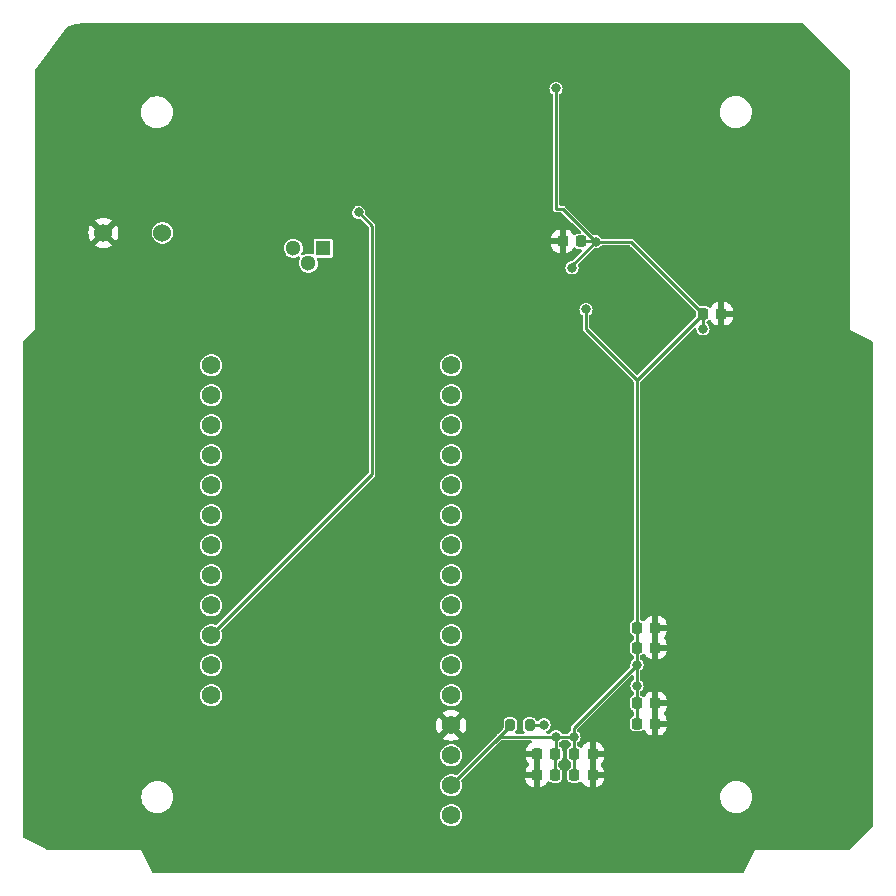
<source format=gbl>
%TF.GenerationSoftware,KiCad,Pcbnew,(6.0.4-0)*%
%TF.CreationDate,2022-04-21T22:45:57-07:00*%
%TF.ProjectId,Labpass RFID Reader,4c616270-6173-4732-9052-464944205265,0.1.0*%
%TF.SameCoordinates,Original*%
%TF.FileFunction,Copper,L2,Bot*%
%TF.FilePolarity,Positive*%
%FSLAX46Y46*%
G04 Gerber Fmt 4.6, Leading zero omitted, Abs format (unit mm)*
G04 Created by KiCad (PCBNEW (6.0.4-0)) date 2022-04-21 22:45:57*
%MOMM*%
%LPD*%
G01*
G04 APERTURE LIST*
G04 Aperture macros list*
%AMRoundRect*
0 Rectangle with rounded corners*
0 $1 Rounding radius*
0 $2 $3 $4 $5 $6 $7 $8 $9 X,Y pos of 4 corners*
0 Add a 4 corners polygon primitive as box body*
4,1,4,$2,$3,$4,$5,$6,$7,$8,$9,$2,$3,0*
0 Add four circle primitives for the rounded corners*
1,1,$1+$1,$2,$3*
1,1,$1+$1,$4,$5*
1,1,$1+$1,$6,$7*
1,1,$1+$1,$8,$9*
0 Add four rect primitives between the rounded corners*
20,1,$1+$1,$2,$3,$4,$5,0*
20,1,$1+$1,$4,$5,$6,$7,0*
20,1,$1+$1,$6,$7,$8,$9,0*
20,1,$1+$1,$8,$9,$2,$3,0*%
G04 Aperture macros list end*
%TA.AperFunction,ComponentPad*%
%ADD10C,1.524000*%
%TD*%
%TA.AperFunction,ComponentPad*%
%ADD11R,1.300000X1.300000*%
%TD*%
%TA.AperFunction,ComponentPad*%
%ADD12C,1.300000*%
%TD*%
%TA.AperFunction,ComponentPad*%
%ADD13C,1.574800*%
%TD*%
%TA.AperFunction,SMDPad,CuDef*%
%ADD14RoundRect,0.225000X0.225000X0.250000X-0.225000X0.250000X-0.225000X-0.250000X0.225000X-0.250000X0*%
%TD*%
%TA.AperFunction,SMDPad,CuDef*%
%ADD15RoundRect,0.200000X-0.200000X-0.275000X0.200000X-0.275000X0.200000X0.275000X-0.200000X0.275000X0*%
%TD*%
%TA.AperFunction,SMDPad,CuDef*%
%ADD16RoundRect,0.225000X-0.225000X-0.250000X0.225000X-0.250000X0.225000X0.250000X-0.225000X0.250000X0*%
%TD*%
%TA.AperFunction,ViaPad*%
%ADD17C,0.508000*%
%TD*%
%TA.AperFunction,ViaPad*%
%ADD18C,0.800000*%
%TD*%
%TA.AperFunction,Conductor*%
%ADD19C,0.250000*%
%TD*%
G04 APERTURE END LIST*
D10*
%TO.P,BZ1,1,-*%
%TO.N,/Indicators/buzzer*%
X119250169Y-76456169D03*
%TO.P,BZ1,2,+*%
%TO.N,GND*%
X114250169Y-76456169D03*
%TD*%
D11*
%TO.P,Q1,1,C*%
%TO.N,Net-(Q1-Pad1)*%
X132866182Y-77760280D03*
D12*
%TO.P,Q1,2,B*%
%TO.N,Net-(Q1-Pad2)*%
X131596182Y-79030280D03*
%TO.P,Q1,3,E*%
%TO.N,Net-(L1-Pad1)*%
X130326182Y-77760280D03*
%TD*%
D13*
%TO.P,U1,3.3V,3.3V*%
%TO.N,+3V3*%
X143686169Y-123235419D03*
%TO.P,U1,12,12*%
%TO.N,/Indicators/LED_2_G*%
X123366169Y-105455419D03*
%TO.P,U1,13,13*%
%TO.N,/Indicators/LED_2_B*%
X123366169Y-107995419D03*
%TO.P,U1,14,14*%
%TO.N,/Indicators/buzzer*%
X123366169Y-92755419D03*
%TO.P,U1,15,15*%
%TO.N,/Indicators/LED_1_G*%
X123366169Y-97835419D03*
%TO.P,U1,21,CS*%
%TO.N,/labpass_rf_13.56M/SDA*%
X143686169Y-87675419D03*
%TO.P,U1,27,27*%
%TO.N,/Indicators/LED_2_R*%
X123366169Y-102915419D03*
%TO.P,U1,32,32*%
%TO.N,/Indicators/LED_1_R*%
X123366169Y-95295419D03*
%TO.P,U1,33,33*%
%TO.N,/Indicators/LED_1_B*%
X123366169Y-100375419D03*
%TO.P,U1,A0,A0*%
%TO.N,/labpass_rf_13.56M/RESET*%
X143686169Y-115615419D03*
%TO.P,U1,A1*%
%TO.N,N/C*%
X143686169Y-113075419D03*
%TO.P,U1,A2*%
X143686169Y-110535419D03*
%TO.P,U1,A3*%
X143686169Y-107995419D03*
%TO.P,U1,A4*%
X143686169Y-105455419D03*
%TO.P,U1,A5*%
X143686169Y-102915419D03*
%TO.P,U1,BAT*%
X123366169Y-115615419D03*
%TO.P,U1,EN*%
X123366169Y-113075419D03*
%TO.P,U1,GND,GND*%
%TO.N,GND*%
X143686169Y-118155419D03*
%TO.P,U1,MI,MISO*%
%TO.N,/labpass_rf_13.56M/MISO*%
X143686169Y-95295419D03*
%TO.P,U1,MO,MOSI*%
%TO.N,/labpass_rf_13.56M/MOSI*%
X143686169Y-97835419D03*
%TO.P,U1,NC*%
%TO.N,N/C*%
X143686169Y-120695419D03*
%TO.P,U1,RST*%
X143686169Y-125775419D03*
%TO.P,U1,RX,RX*%
%TO.N,/labpass_rf_125k/LF_RF_RX*%
X143686169Y-92755419D03*
%TO.P,U1,SCK,SCK*%
%TO.N,/labpass_rf_13.56M/SCK*%
X143686169Y-100375419D03*
%TO.P,U1,SCL*%
%TO.N,N/C*%
X123366169Y-90215419D03*
%TO.P,U1,SDA*%
X123366169Y-87675419D03*
%TO.P,U1,TX,TX*%
%TO.N,/labpass_rf_125k/LF_RF_TX*%
X143686169Y-90215419D03*
%TO.P,U1,USB,USB*%
%TO.N,+5V*%
X123366169Y-110535419D03*
%TD*%
D14*
%TO.P,C11,1*%
%TO.N,GND*%
X160976169Y-111572169D03*
%TO.P,C11,2*%
%TO.N,+3V3*%
X159426169Y-111572169D03*
%TD*%
D15*
%TO.P,R12,1*%
%TO.N,+3V3*%
X148691169Y-118114169D03*
%TO.P,R12,2*%
%TO.N,Net-(R12-Pad2)*%
X150341169Y-118114169D03*
%TD*%
D16*
%TO.P,C12,1*%
%TO.N,+3V3*%
X159426169Y-109872169D03*
%TO.P,C12,2*%
%TO.N,GND*%
X160976169Y-109872169D03*
%TD*%
%TO.P,C10,1*%
%TO.N,+3V3*%
X159426169Y-116272169D03*
%TO.P,C10,2*%
%TO.N,GND*%
X160976169Y-116272169D03*
%TD*%
D14*
%TO.P,C9,1*%
%TO.N,GND*%
X160976169Y-118018169D03*
%TO.P,C9,2*%
%TO.N,+3V3*%
X159426169Y-118018169D03*
%TD*%
D16*
%TO.P,C13,1*%
%TO.N,GND*%
X150944169Y-122372169D03*
%TO.P,C13,2*%
%TO.N,+3V3*%
X152494169Y-122372169D03*
%TD*%
D14*
%TO.P,C14,1*%
%TO.N,+3V3*%
X152526169Y-120572169D03*
%TO.P,C14,2*%
%TO.N,GND*%
X150976169Y-120572169D03*
%TD*%
%TO.P,C2,1*%
%TO.N,GND*%
X166576169Y-83314169D03*
%TO.P,C2,2*%
%TO.N,+3V3*%
X165026169Y-83314169D03*
%TD*%
%TO.P,C15,1*%
%TO.N,GND*%
X155676169Y-122372169D03*
%TO.P,C15,2*%
%TO.N,+3V3*%
X154126169Y-122372169D03*
%TD*%
D16*
%TO.P,C16,1*%
%TO.N,+3V3*%
X154126169Y-120572169D03*
%TO.P,C16,2*%
%TO.N,GND*%
X155676169Y-120572169D03*
%TD*%
D14*
%TO.P,C1,1*%
%TO.N,+3V3*%
X154676169Y-77172169D03*
%TO.P,C1,2*%
%TO.N,GND*%
X153126169Y-77172169D03*
%TD*%
D17*
%TO.N,GND*%
X157000000Y-110800000D03*
X169800000Y-116800000D03*
X163400000Y-118400000D03*
X145400000Y-116400000D03*
X145400000Y-114200000D03*
X148400000Y-114200000D03*
X148400000Y-109600000D03*
D18*
X154433169Y-114400169D03*
%TO.N,+3V3*%
X155926169Y-77218169D03*
X165010169Y-84584169D03*
X154088169Y-119128169D03*
X153926169Y-79422169D03*
X159422169Y-114810169D03*
X155104169Y-82934169D03*
X152564169Y-119128169D03*
X152564169Y-64232169D03*
X159422169Y-113032169D03*
%TO.N,+5V*%
X135851182Y-74712280D03*
%TO.N,Net-(R12-Pad2)*%
X151548169Y-118112169D03*
%TD*%
D19*
%TO.N,+3V3*%
X154427169Y-118027169D02*
X154088169Y-118366169D01*
X154088169Y-119128169D02*
X154088169Y-120534169D01*
X154088169Y-118366169D02*
X154088169Y-119128169D01*
X147793419Y-119128169D02*
X143686169Y-123235419D01*
X155104169Y-84592169D02*
X159426169Y-88914169D01*
X159426169Y-118018169D02*
X159426169Y-116272169D01*
X155880169Y-77172169D02*
X155926169Y-77218169D01*
X148691169Y-118230419D02*
X148691169Y-118114169D01*
X165026169Y-83314169D02*
X165026169Y-84568169D01*
X153132169Y-74424169D02*
X155926169Y-77218169D01*
X159422169Y-113032169D02*
X157104169Y-115350169D01*
X152564169Y-64232169D02*
X152564169Y-74424169D01*
X152564169Y-119128169D02*
X152564169Y-120534169D01*
X154126169Y-122372169D02*
X154126169Y-120572169D01*
X143686169Y-123235419D02*
X148691169Y-118230419D01*
X152564169Y-120534169D02*
X152526169Y-120572169D01*
X159422169Y-114810169D02*
X159422169Y-116268169D01*
X159422169Y-111576169D02*
X159426169Y-111572169D01*
X159422169Y-116268169D02*
X159426169Y-116272169D01*
X159426169Y-109872169D02*
X159426169Y-111572169D01*
X154676169Y-77172169D02*
X155880169Y-77172169D01*
X152494169Y-122372169D02*
X152494169Y-120604169D01*
X159422169Y-113032169D02*
X159422169Y-114810169D01*
X157104169Y-115350169D02*
X154427169Y-118027169D01*
X165026169Y-84568169D02*
X165010169Y-84584169D01*
X154088169Y-120534169D02*
X154126169Y-120572169D01*
X152564169Y-74424169D02*
X153132169Y-74424169D01*
X152564169Y-119128169D02*
X154088169Y-119128169D01*
X155926169Y-77218169D02*
X158930169Y-77218169D01*
X159426169Y-109872169D02*
X159426169Y-88914169D01*
X159422169Y-113032169D02*
X159422169Y-111576169D01*
X159426169Y-88914169D02*
X165026169Y-83314169D01*
X153926169Y-79422169D02*
X153926169Y-79218169D01*
X155104169Y-82934169D02*
X155104169Y-84592169D01*
X152494169Y-120604169D02*
X152526169Y-120572169D01*
X158930169Y-77218169D02*
X165026169Y-83314169D01*
X152564169Y-119128169D02*
X147793419Y-119128169D01*
X153926169Y-79218169D02*
X155926169Y-77218169D01*
%TO.N,+5V*%
X135851182Y-74712280D02*
X136992169Y-75853267D01*
X136992169Y-96909419D02*
X123366169Y-110535419D01*
X136992169Y-75853267D02*
X136992169Y-96909419D01*
%TO.N,Net-(R12-Pad2)*%
X150341169Y-118114169D02*
X151546169Y-118114169D01*
X151546169Y-118114169D02*
X151548169Y-118112169D01*
%TD*%
%TA.AperFunction,Conductor*%
%TO.N,GND*%
G36*
X173442100Y-58692171D02*
G01*
X173463074Y-58709074D01*
X177389264Y-62635264D01*
X177423290Y-62697576D01*
X177426169Y-62724359D01*
X177426169Y-84672169D01*
X177441361Y-84679765D01*
X179356518Y-85637344D01*
X179408502Y-85685699D01*
X179426169Y-85750042D01*
X179426169Y-126619979D01*
X179406167Y-126688100D01*
X179389264Y-126709074D01*
X177463074Y-128635264D01*
X177400762Y-128669290D01*
X177373979Y-128672169D01*
X169426169Y-128672169D01*
X169418573Y-128687361D01*
X168460995Y-130602518D01*
X168412640Y-130654502D01*
X168348297Y-130672169D01*
X118504041Y-130672169D01*
X118435920Y-130652167D01*
X118391343Y-130602518D01*
X117434270Y-128688371D01*
X117426169Y-128672169D01*
X109455914Y-128672169D01*
X109399565Y-128658867D01*
X107495819Y-127706994D01*
X107443836Y-127658640D01*
X107426169Y-127594297D01*
X107426169Y-125775419D01*
X142740690Y-125775419D01*
X142761351Y-125971995D01*
X142822431Y-126159980D01*
X142825734Y-126165702D01*
X142825735Y-126165703D01*
X142917957Y-126325438D01*
X142917960Y-126325442D01*
X142921260Y-126331158D01*
X143053520Y-126478047D01*
X143213429Y-126594228D01*
X143219457Y-126596912D01*
X143219459Y-126596913D01*
X143387969Y-126671938D01*
X143394000Y-126674623D01*
X143490670Y-126695171D01*
X143580883Y-126714347D01*
X143580888Y-126714347D01*
X143587340Y-126715719D01*
X143784998Y-126715719D01*
X143791450Y-126714347D01*
X143791455Y-126714347D01*
X143881668Y-126695171D01*
X143978338Y-126674623D01*
X143984369Y-126671938D01*
X144152879Y-126596913D01*
X144152881Y-126596912D01*
X144158909Y-126594228D01*
X144318818Y-126478047D01*
X144451078Y-126331158D01*
X144454378Y-126325442D01*
X144454381Y-126325438D01*
X144546603Y-126165703D01*
X144546604Y-126165702D01*
X144549907Y-126159980D01*
X144610987Y-125971995D01*
X144631648Y-125775419D01*
X144610987Y-125578843D01*
X144608912Y-125572455D01*
X144553876Y-125403073D01*
X144549907Y-125390858D01*
X144546603Y-125385135D01*
X144454381Y-125225400D01*
X144454378Y-125225396D01*
X144451078Y-125219680D01*
X144429143Y-125195319D01*
X144323233Y-125077694D01*
X144323231Y-125077693D01*
X144318818Y-125072791D01*
X144158909Y-124956610D01*
X144152881Y-124953926D01*
X144152879Y-124953925D01*
X143984369Y-124878900D01*
X143984368Y-124878900D01*
X143978338Y-124876215D01*
X143876451Y-124854558D01*
X143791455Y-124836491D01*
X143791450Y-124836491D01*
X143784998Y-124835119D01*
X143587340Y-124835119D01*
X143580888Y-124836491D01*
X143580883Y-124836491D01*
X143495887Y-124854558D01*
X143394000Y-124876215D01*
X143387970Y-124878900D01*
X143387969Y-124878900D01*
X143219460Y-124953925D01*
X143219458Y-124953926D01*
X143213430Y-124956610D01*
X143053520Y-125072791D01*
X143049107Y-125077693D01*
X143049105Y-125077694D01*
X142943195Y-125195319D01*
X142921260Y-125219680D01*
X142917960Y-125225396D01*
X142917957Y-125225400D01*
X142825735Y-125385135D01*
X142822431Y-125390858D01*
X142818462Y-125403073D01*
X142763427Y-125572455D01*
X142761351Y-125578843D01*
X142740690Y-125775419D01*
X107426169Y-125775419D01*
X107426169Y-124232193D01*
X117463637Y-124232193D01*
X117484233Y-124467601D01*
X117485657Y-124472915D01*
X117485657Y-124472916D01*
X117542714Y-124685856D01*
X117545393Y-124695856D01*
X117547715Y-124700836D01*
X117547716Y-124700838D01*
X117642699Y-124904527D01*
X117645261Y-124910022D01*
X117780801Y-125103594D01*
X117947895Y-125270688D01*
X118141467Y-125406228D01*
X118146445Y-125408549D01*
X118146448Y-125408551D01*
X118350651Y-125503773D01*
X118355633Y-125506096D01*
X118360941Y-125507518D01*
X118360943Y-125507519D01*
X118578573Y-125565832D01*
X118583888Y-125567256D01*
X118686978Y-125576275D01*
X118757606Y-125582455D01*
X118757613Y-125582455D01*
X118760330Y-125582693D01*
X118878262Y-125582693D01*
X118880979Y-125582455D01*
X118880986Y-125582455D01*
X118951614Y-125576275D01*
X119054704Y-125567256D01*
X119060019Y-125565832D01*
X119277649Y-125507519D01*
X119277651Y-125507518D01*
X119282959Y-125506096D01*
X119287941Y-125503773D01*
X119492144Y-125408551D01*
X119492147Y-125408549D01*
X119497125Y-125406228D01*
X119690697Y-125270688D01*
X119857791Y-125103594D01*
X119860951Y-125099082D01*
X119990174Y-124914532D01*
X119990177Y-124914527D01*
X119993331Y-124910023D01*
X119995654Y-124905041D01*
X119995657Y-124905036D01*
X120090876Y-124700838D01*
X120090877Y-124700837D01*
X120093199Y-124695856D01*
X120095879Y-124685856D01*
X120152935Y-124472916D01*
X120152935Y-124472915D01*
X120154359Y-124467601D01*
X120174955Y-124232193D01*
X120174080Y-124222193D01*
X166473637Y-124222193D01*
X166494233Y-124457601D01*
X166495657Y-124462915D01*
X166495657Y-124462916D01*
X166498337Y-124472916D01*
X166555393Y-124685856D01*
X166557715Y-124690836D01*
X166557716Y-124690838D01*
X166645412Y-124878900D01*
X166655261Y-124900022D01*
X166790801Y-125093594D01*
X166957895Y-125260688D01*
X167151467Y-125396228D01*
X167156445Y-125398549D01*
X167156448Y-125398551D01*
X167360651Y-125493773D01*
X167365633Y-125496096D01*
X167370941Y-125497518D01*
X167370943Y-125497519D01*
X167588573Y-125555832D01*
X167593888Y-125557256D01*
X167691910Y-125565832D01*
X167767606Y-125572455D01*
X167767613Y-125572455D01*
X167770330Y-125572693D01*
X167888262Y-125572693D01*
X167890979Y-125572455D01*
X167890986Y-125572455D01*
X167966682Y-125565832D01*
X168064704Y-125557256D01*
X168070019Y-125555832D01*
X168287649Y-125497519D01*
X168287651Y-125497518D01*
X168292959Y-125496096D01*
X168297941Y-125493773D01*
X168502144Y-125398551D01*
X168502147Y-125398549D01*
X168507125Y-125396228D01*
X168700697Y-125260688D01*
X168867791Y-125093594D01*
X168870951Y-125089082D01*
X169000174Y-124904532D01*
X169000177Y-124904527D01*
X169003331Y-124900023D01*
X169005654Y-124895041D01*
X169005657Y-124895036D01*
X169100876Y-124690838D01*
X169100877Y-124690837D01*
X169103199Y-124685856D01*
X169160256Y-124472916D01*
X169162935Y-124462916D01*
X169162935Y-124462915D01*
X169164359Y-124457601D01*
X169184955Y-124222193D01*
X169164359Y-123986785D01*
X169107301Y-123773840D01*
X169104622Y-123763840D01*
X169104621Y-123763838D01*
X169103199Y-123758530D01*
X169100876Y-123753548D01*
X169005654Y-123549345D01*
X169005652Y-123549342D01*
X169003331Y-123544364D01*
X168867791Y-123350792D01*
X168700697Y-123183698D01*
X168507125Y-123048158D01*
X168502147Y-123045837D01*
X168502144Y-123045835D01*
X168297941Y-122950613D01*
X168297939Y-122950612D01*
X168292959Y-122948290D01*
X168287651Y-122946868D01*
X168287649Y-122946867D01*
X168070019Y-122888554D01*
X168070018Y-122888554D01*
X168064704Y-122887130D01*
X167961614Y-122878111D01*
X167890986Y-122871931D01*
X167890979Y-122871931D01*
X167888262Y-122871693D01*
X167770330Y-122871693D01*
X167767613Y-122871931D01*
X167767606Y-122871931D01*
X167696978Y-122878111D01*
X167593888Y-122887130D01*
X167588574Y-122888554D01*
X167588573Y-122888554D01*
X167370943Y-122946867D01*
X167370941Y-122946868D01*
X167365633Y-122948290D01*
X167360653Y-122950612D01*
X167360651Y-122950613D01*
X167156448Y-123045835D01*
X167156445Y-123045837D01*
X167151467Y-123048158D01*
X166957895Y-123183698D01*
X166790801Y-123350792D01*
X166787644Y-123355300D01*
X166787642Y-123355303D01*
X166738538Y-123425431D01*
X166655261Y-123544363D01*
X166652938Y-123549345D01*
X166652935Y-123549350D01*
X166620000Y-123619980D01*
X166555393Y-123758530D01*
X166553971Y-123763838D01*
X166553970Y-123763840D01*
X166551291Y-123773840D01*
X166494233Y-123986785D01*
X166473637Y-124222193D01*
X120174080Y-124222193D01*
X120154359Y-123996785D01*
X120151680Y-123986785D01*
X120094622Y-123773840D01*
X120094621Y-123773838D01*
X120093199Y-123768530D01*
X120026597Y-123625703D01*
X119995654Y-123559345D01*
X119995652Y-123559342D01*
X119993331Y-123554364D01*
X119857791Y-123360792D01*
X119732418Y-123235419D01*
X142740690Y-123235419D01*
X142761351Y-123431995D01*
X142822431Y-123619980D01*
X142825734Y-123625702D01*
X142825735Y-123625703D01*
X142917957Y-123785438D01*
X142917960Y-123785442D01*
X142921260Y-123791158D01*
X143053520Y-123938047D01*
X143213429Y-124054228D01*
X143219457Y-124056912D01*
X143219459Y-124056913D01*
X143387969Y-124131938D01*
X143394000Y-124134623D01*
X143490670Y-124155171D01*
X143580883Y-124174347D01*
X143580888Y-124174347D01*
X143587340Y-124175719D01*
X143784998Y-124175719D01*
X143791450Y-124174347D01*
X143791455Y-124174347D01*
X143881668Y-124155171D01*
X143978338Y-124134623D01*
X143984369Y-124131938D01*
X144152879Y-124056913D01*
X144152881Y-124056912D01*
X144158909Y-124054228D01*
X144318818Y-123938047D01*
X144451078Y-123791158D01*
X144454378Y-123785442D01*
X144454381Y-123785438D01*
X144546603Y-123625703D01*
X144546604Y-123625702D01*
X144549907Y-123619980D01*
X144610987Y-123431995D01*
X144631648Y-123235419D01*
X144610987Y-123038843D01*
X144598389Y-123000069D01*
X144552636Y-122859255D01*
X144550609Y-122788287D01*
X144583374Y-122731224D01*
X144646991Y-122667607D01*
X149986169Y-122667607D01*
X149986506Y-122674122D01*
X149996063Y-122766226D01*
X149998957Y-122779625D01*
X150048550Y-122928276D01*
X150054724Y-122941455D01*
X150136957Y-123074342D01*
X150145993Y-123085743D01*
X150256598Y-123196155D01*
X150268009Y-123205167D01*
X150401049Y-123287173D01*
X150414230Y-123293320D01*
X150562983Y-123342660D01*
X150576359Y-123345527D01*
X150667266Y-123354841D01*
X150672295Y-123355098D01*
X150687293Y-123350694D01*
X150688498Y-123349304D01*
X150690169Y-123341621D01*
X150690169Y-122644284D01*
X150685694Y-122629045D01*
X150684304Y-122627840D01*
X150676621Y-122626169D01*
X150004284Y-122626169D01*
X149989045Y-122630644D01*
X149987840Y-122632034D01*
X149986169Y-122639717D01*
X149986169Y-122667607D01*
X144646991Y-122667607D01*
X145214544Y-122100054D01*
X149986169Y-122100054D01*
X149990644Y-122115293D01*
X149992034Y-122116498D01*
X149999717Y-122118169D01*
X150672054Y-122118169D01*
X150687293Y-122113694D01*
X150688498Y-122112304D01*
X150690169Y-122104621D01*
X150690169Y-121425301D01*
X150710171Y-121357180D01*
X150720473Y-121343418D01*
X150722169Y-121335621D01*
X150722169Y-120844284D01*
X150717694Y-120829045D01*
X150716304Y-120827840D01*
X150708621Y-120826169D01*
X150036284Y-120826169D01*
X150021045Y-120830644D01*
X150019840Y-120832034D01*
X150018169Y-120839717D01*
X150018169Y-120867607D01*
X150018506Y-120874122D01*
X150028063Y-120966226D01*
X150030957Y-120979625D01*
X150080550Y-121128276D01*
X150086724Y-121141455D01*
X150168957Y-121274342D01*
X150177993Y-121285743D01*
X150259314Y-121366922D01*
X150293393Y-121429204D01*
X150288390Y-121500024D01*
X150259469Y-121545113D01*
X150145183Y-121659598D01*
X150136171Y-121671009D01*
X150054165Y-121804049D01*
X150048018Y-121817230D01*
X149998678Y-121965983D01*
X149995811Y-121979359D01*
X149986497Y-122070266D01*
X149986169Y-122076683D01*
X149986169Y-122100054D01*
X145214544Y-122100054D01*
X147871624Y-119442974D01*
X147933936Y-119408948D01*
X147960719Y-119406069D01*
X150405057Y-119406069D01*
X150473178Y-119426071D01*
X150519671Y-119479727D01*
X150529775Y-119550001D01*
X150500281Y-119614581D01*
X150451201Y-119647401D01*
X150451690Y-119648445D01*
X150431883Y-119657724D01*
X150298996Y-119739957D01*
X150287595Y-119748993D01*
X150177183Y-119859598D01*
X150168171Y-119871009D01*
X150086165Y-120004049D01*
X150080018Y-120017230D01*
X150030678Y-120165983D01*
X150027811Y-120179359D01*
X150018497Y-120270266D01*
X150018169Y-120276683D01*
X150018169Y-120300054D01*
X150022644Y-120315293D01*
X150024034Y-120316498D01*
X150031717Y-120318169D01*
X151104169Y-120318169D01*
X151172290Y-120338171D01*
X151218783Y-120391827D01*
X151230169Y-120444169D01*
X151230169Y-121519037D01*
X151210167Y-121587158D01*
X151199865Y-121600920D01*
X151198169Y-121608717D01*
X151198169Y-123337054D01*
X151202644Y-123352293D01*
X151204034Y-123353498D01*
X151211717Y-123355169D01*
X151214607Y-123355169D01*
X151221122Y-123354832D01*
X151313226Y-123345275D01*
X151326625Y-123342381D01*
X151475276Y-123292788D01*
X151488455Y-123286614D01*
X151621342Y-123204381D01*
X151632743Y-123195345D01*
X151743155Y-123084740D01*
X151752167Y-123073329D01*
X151833930Y-122940684D01*
X151886702Y-122893191D01*
X151956774Y-122881767D01*
X152021897Y-122910041D01*
X152030207Y-122917626D01*
X152046687Y-122934077D01*
X152056043Y-122938650D01*
X152056044Y-122938651D01*
X152075764Y-122948290D01*
X152159715Y-122989326D01*
X152193087Y-122994195D01*
X152228828Y-122999409D01*
X152228832Y-122999409D01*
X152233354Y-123000069D01*
X152493174Y-123000069D01*
X152754983Y-123000068D01*
X152829264Y-122989135D01*
X152892087Y-122958290D01*
X152932847Y-122938278D01*
X152932848Y-122938277D01*
X152942195Y-122933688D01*
X152994026Y-122881767D01*
X153023719Y-122852022D01*
X153023719Y-122852021D01*
X153031077Y-122844651D01*
X153086326Y-122731623D01*
X153097069Y-122657984D01*
X153097068Y-122086355D01*
X153086135Y-122012074D01*
X153059107Y-121957026D01*
X153035278Y-121908491D01*
X153035277Y-121908490D01*
X153030688Y-121899143D01*
X152941651Y-121810261D01*
X152928135Y-121803654D01*
X152902707Y-121791225D01*
X152842735Y-121761910D01*
X152790320Y-121714026D01*
X152772069Y-121648711D01*
X152772069Y-121308057D01*
X152792071Y-121239936D01*
X152845727Y-121193443D01*
X152854339Y-121190154D01*
X152861264Y-121189135D01*
X152870050Y-121184821D01*
X152870051Y-121184821D01*
X152964847Y-121138278D01*
X152964850Y-121138276D01*
X152974195Y-121133688D01*
X153063077Y-121044651D01*
X153118326Y-120931623D01*
X153129069Y-120857984D01*
X153129068Y-120286355D01*
X153118135Y-120212074D01*
X153080181Y-120134772D01*
X153067278Y-120108491D01*
X153067277Y-120108490D01*
X153062688Y-120099143D01*
X152973651Y-120010261D01*
X152960190Y-120003681D01*
X152912736Y-119980485D01*
X152860319Y-119932599D01*
X152842069Y-119867285D01*
X152842069Y-119673981D01*
X152862071Y-119605860D01*
X152891365Y-119574018D01*
X152951956Y-119527525D01*
X152958502Y-119522502D01*
X152991324Y-119479727D01*
X153010018Y-119455365D01*
X153067356Y-119413498D01*
X153109981Y-119406069D01*
X153542357Y-119406069D01*
X153610478Y-119426071D01*
X153642320Y-119455365D01*
X153661014Y-119479727D01*
X153693836Y-119522502D01*
X153700382Y-119527525D01*
X153760973Y-119574018D01*
X153802840Y-119631356D01*
X153810269Y-119673981D01*
X153810269Y-119867275D01*
X153790267Y-119935396D01*
X153739801Y-119980377D01*
X153722418Y-119988912D01*
X153687491Y-120006060D01*
X153687490Y-120006061D01*
X153678143Y-120010650D01*
X153589261Y-120099687D01*
X153534012Y-120212715D01*
X153523269Y-120286354D01*
X153523270Y-120857983D01*
X153534203Y-120932264D01*
X153550878Y-120966226D01*
X153584789Y-121035294D01*
X153589650Y-121045195D01*
X153678687Y-121134077D01*
X153688043Y-121138650D01*
X153688044Y-121138651D01*
X153717631Y-121153113D01*
X153777603Y-121182428D01*
X153830018Y-121230312D01*
X153848269Y-121295627D01*
X153848269Y-121648617D01*
X153828267Y-121716738D01*
X153777802Y-121761720D01*
X153678143Y-121810650D01*
X153589261Y-121899687D01*
X153534012Y-122012715D01*
X153523269Y-122086354D01*
X153523270Y-122657983D01*
X153534203Y-122732264D01*
X153550878Y-122766226D01*
X153584789Y-122835294D01*
X153589650Y-122845195D01*
X153678687Y-122934077D01*
X153688043Y-122938650D01*
X153688044Y-122938651D01*
X153707764Y-122948290D01*
X153791715Y-122989326D01*
X153825087Y-122994195D01*
X153860828Y-122999409D01*
X153860832Y-122999409D01*
X153865354Y-123000069D01*
X154125174Y-123000069D01*
X154386983Y-123000068D01*
X154461264Y-122989135D01*
X154524087Y-122958290D01*
X154564847Y-122938278D01*
X154564848Y-122938277D01*
X154574195Y-122933688D01*
X154589912Y-122917943D01*
X154652193Y-122883863D01*
X154723013Y-122888865D01*
X154779887Y-122931361D01*
X154786230Y-122940657D01*
X154868957Y-123074342D01*
X154877993Y-123085743D01*
X154988598Y-123196155D01*
X155000009Y-123205167D01*
X155133049Y-123287173D01*
X155146230Y-123293320D01*
X155294983Y-123342660D01*
X155308359Y-123345527D01*
X155399266Y-123354841D01*
X155404295Y-123355098D01*
X155419293Y-123350694D01*
X155420498Y-123349304D01*
X155422169Y-123341621D01*
X155422169Y-123337054D01*
X155930169Y-123337054D01*
X155934644Y-123352293D01*
X155936034Y-123353498D01*
X155943717Y-123355169D01*
X155946607Y-123355169D01*
X155953122Y-123354832D01*
X156045226Y-123345275D01*
X156058625Y-123342381D01*
X156207276Y-123292788D01*
X156220455Y-123286614D01*
X156353342Y-123204381D01*
X156364743Y-123195345D01*
X156475155Y-123084740D01*
X156484167Y-123073329D01*
X156566173Y-122940289D01*
X156572320Y-122927108D01*
X156621660Y-122778355D01*
X156624527Y-122764979D01*
X156633841Y-122674072D01*
X156634169Y-122667656D01*
X156634169Y-122644284D01*
X156629694Y-122629045D01*
X156628304Y-122627840D01*
X156620621Y-122626169D01*
X155948284Y-122626169D01*
X155933045Y-122630644D01*
X155931840Y-122632034D01*
X155930169Y-122639717D01*
X155930169Y-123337054D01*
X155422169Y-123337054D01*
X155422169Y-122100054D01*
X155930169Y-122100054D01*
X155934644Y-122115293D01*
X155936034Y-122116498D01*
X155943717Y-122118169D01*
X156616054Y-122118169D01*
X156631293Y-122113694D01*
X156632498Y-122112304D01*
X156634169Y-122104621D01*
X156634169Y-122076731D01*
X156633832Y-122070216D01*
X156624275Y-121978112D01*
X156621381Y-121964713D01*
X156571788Y-121816062D01*
X156565614Y-121802883D01*
X156483381Y-121669996D01*
X156474345Y-121658595D01*
X156376996Y-121561416D01*
X156342917Y-121499134D01*
X156347920Y-121428314D01*
X156376841Y-121383225D01*
X156475155Y-121284740D01*
X156484167Y-121273329D01*
X156566173Y-121140289D01*
X156572320Y-121127108D01*
X156621660Y-120978355D01*
X156624527Y-120964979D01*
X156633841Y-120874072D01*
X156634169Y-120867656D01*
X156634169Y-120844284D01*
X156629694Y-120829045D01*
X156628304Y-120827840D01*
X156620621Y-120826169D01*
X155948284Y-120826169D01*
X155933045Y-120830644D01*
X155931840Y-120832034D01*
X155930169Y-120839717D01*
X155930169Y-122100054D01*
X155422169Y-122100054D01*
X155422169Y-120300054D01*
X155930169Y-120300054D01*
X155934644Y-120315293D01*
X155936034Y-120316498D01*
X155943717Y-120318169D01*
X156616054Y-120318169D01*
X156631293Y-120313694D01*
X156632498Y-120312304D01*
X156634169Y-120304621D01*
X156634169Y-120276731D01*
X156633832Y-120270216D01*
X156624275Y-120178112D01*
X156621381Y-120164713D01*
X156571788Y-120016062D01*
X156565614Y-120002883D01*
X156483381Y-119869996D01*
X156474345Y-119858595D01*
X156363740Y-119748183D01*
X156352329Y-119739171D01*
X156219289Y-119657165D01*
X156206108Y-119651018D01*
X156057355Y-119601678D01*
X156043979Y-119598811D01*
X155953072Y-119589497D01*
X155948043Y-119589240D01*
X155933045Y-119593644D01*
X155931840Y-119595034D01*
X155930169Y-119602717D01*
X155930169Y-120300054D01*
X155422169Y-120300054D01*
X155422169Y-119607284D01*
X155417694Y-119592045D01*
X155416304Y-119590840D01*
X155408621Y-119589169D01*
X155405731Y-119589169D01*
X155399216Y-119589506D01*
X155307112Y-119599063D01*
X155293713Y-119601957D01*
X155145062Y-119651550D01*
X155131883Y-119657724D01*
X154998996Y-119739957D01*
X154987595Y-119748993D01*
X154877183Y-119859598D01*
X154868171Y-119871009D01*
X154786408Y-120003654D01*
X154733636Y-120051147D01*
X154663564Y-120062571D01*
X154598441Y-120034297D01*
X154590131Y-120026712D01*
X154581022Y-120017619D01*
X154581021Y-120017619D01*
X154573651Y-120010261D01*
X154560135Y-120003654D01*
X154469406Y-119959305D01*
X154469405Y-119959305D01*
X154460623Y-119955012D01*
X154453627Y-119953991D01*
X154395685Y-119915584D01*
X154367110Y-119850592D01*
X154366069Y-119834429D01*
X154366069Y-119673981D01*
X154386071Y-119605860D01*
X154415365Y-119574018D01*
X154475956Y-119527525D01*
X154482502Y-119522502D01*
X154571126Y-119407004D01*
X154582822Y-119378769D01*
X154607322Y-119319620D01*
X154626838Y-119272505D01*
X154632114Y-119232434D01*
X154644762Y-119136357D01*
X154645840Y-119128169D01*
X154642784Y-119104956D01*
X154627916Y-118992019D01*
X154627915Y-118992017D01*
X154626838Y-118983833D01*
X154594108Y-118904816D01*
X154574286Y-118856962D01*
X154574285Y-118856960D01*
X154571126Y-118849334D01*
X154482502Y-118733836D01*
X154415365Y-118682320D01*
X154373498Y-118624982D01*
X154366069Y-118582357D01*
X154366069Y-118533469D01*
X154386071Y-118465348D01*
X154402974Y-118444374D01*
X158929174Y-113918174D01*
X158991486Y-113884148D01*
X159062301Y-113889213D01*
X159119137Y-113931760D01*
X159143948Y-113998280D01*
X159144269Y-114007269D01*
X159144269Y-114264357D01*
X159124267Y-114332478D01*
X159094973Y-114364320D01*
X159034382Y-114410813D01*
X159027836Y-114415836D01*
X158939212Y-114531334D01*
X158883500Y-114665833D01*
X158882423Y-114674017D01*
X158882422Y-114674019D01*
X158867554Y-114786956D01*
X158864498Y-114810169D01*
X158865576Y-114818357D01*
X158877498Y-114908912D01*
X158883500Y-114954505D01*
X158939212Y-115089004D01*
X159027836Y-115204502D01*
X159034382Y-115209525D01*
X159094973Y-115256018D01*
X159136840Y-115313356D01*
X159144269Y-115355981D01*
X159144269Y-115550581D01*
X159124267Y-115618702D01*
X159073802Y-115663683D01*
X158978143Y-115710650D01*
X158889261Y-115799687D01*
X158884688Y-115809043D01*
X158884687Y-115809044D01*
X158866791Y-115845655D01*
X158834012Y-115912715D01*
X158823269Y-115986354D01*
X158823270Y-116557983D01*
X158834203Y-116632264D01*
X158889650Y-116745195D01*
X158978687Y-116834077D01*
X159077603Y-116882428D01*
X159130018Y-116930312D01*
X159148269Y-116995627D01*
X159148269Y-117294617D01*
X159128267Y-117362738D01*
X159077802Y-117407720D01*
X158978143Y-117456650D01*
X158889261Y-117545687D01*
X158834012Y-117658715D01*
X158832600Y-117668395D01*
X158826120Y-117712814D01*
X158823269Y-117732354D01*
X158823270Y-118303983D01*
X158834203Y-118378264D01*
X158856525Y-118423728D01*
X158884991Y-118481705D01*
X158889650Y-118491195D01*
X158978687Y-118580077D01*
X158988043Y-118584650D01*
X158988044Y-118584651D01*
X159009474Y-118595126D01*
X159091715Y-118635326D01*
X159125087Y-118640195D01*
X159160828Y-118645409D01*
X159160832Y-118645409D01*
X159165354Y-118646069D01*
X159425174Y-118646069D01*
X159686983Y-118646068D01*
X159761264Y-118635135D01*
X159838037Y-118597441D01*
X159864847Y-118584278D01*
X159864848Y-118584277D01*
X159874195Y-118579688D01*
X159889912Y-118563943D01*
X159952193Y-118529863D01*
X160023013Y-118534865D01*
X160079887Y-118577361D01*
X160086230Y-118586657D01*
X160168957Y-118720342D01*
X160177993Y-118731743D01*
X160288598Y-118842155D01*
X160300009Y-118851167D01*
X160433049Y-118933173D01*
X160446230Y-118939320D01*
X160594983Y-118988660D01*
X160608359Y-118991527D01*
X160699266Y-119000841D01*
X160704295Y-119001098D01*
X160719293Y-118996694D01*
X160720498Y-118995304D01*
X160722169Y-118987621D01*
X160722169Y-118983054D01*
X161230169Y-118983054D01*
X161234644Y-118998293D01*
X161236034Y-118999498D01*
X161243717Y-119001169D01*
X161246607Y-119001169D01*
X161253122Y-119000832D01*
X161345226Y-118991275D01*
X161358625Y-118988381D01*
X161507276Y-118938788D01*
X161520455Y-118932614D01*
X161653342Y-118850381D01*
X161664743Y-118841345D01*
X161775155Y-118730740D01*
X161784167Y-118719329D01*
X161866173Y-118586289D01*
X161872320Y-118573108D01*
X161921660Y-118424355D01*
X161924527Y-118410979D01*
X161933841Y-118320072D01*
X161934169Y-118313656D01*
X161934169Y-118290284D01*
X161929694Y-118275045D01*
X161928304Y-118273840D01*
X161920621Y-118272169D01*
X161248284Y-118272169D01*
X161233045Y-118276644D01*
X161231840Y-118278034D01*
X161230169Y-118285717D01*
X161230169Y-118983054D01*
X160722169Y-118983054D01*
X160722169Y-117746054D01*
X161230169Y-117746054D01*
X161234644Y-117761293D01*
X161236034Y-117762498D01*
X161243717Y-117764169D01*
X161916054Y-117764169D01*
X161931293Y-117759694D01*
X161932498Y-117758304D01*
X161934169Y-117750621D01*
X161934169Y-117722731D01*
X161933832Y-117716216D01*
X161924275Y-117624112D01*
X161921381Y-117610713D01*
X161871788Y-117462062D01*
X161865614Y-117448883D01*
X161783381Y-117315996D01*
X161774341Y-117304590D01*
X161703997Y-117234369D01*
X161669917Y-117172087D01*
X161674920Y-117101267D01*
X161703841Y-117056178D01*
X161775155Y-116984740D01*
X161784167Y-116973329D01*
X161866173Y-116840289D01*
X161872320Y-116827108D01*
X161921660Y-116678355D01*
X161924527Y-116664979D01*
X161933841Y-116574072D01*
X161934169Y-116567656D01*
X161934169Y-116544284D01*
X161929694Y-116529045D01*
X161928304Y-116527840D01*
X161920621Y-116526169D01*
X161248284Y-116526169D01*
X161233045Y-116530644D01*
X161231840Y-116532034D01*
X161230169Y-116539717D01*
X161230169Y-117746054D01*
X160722169Y-117746054D01*
X160722169Y-116000054D01*
X161230169Y-116000054D01*
X161234644Y-116015293D01*
X161236034Y-116016498D01*
X161243717Y-116018169D01*
X161916054Y-116018169D01*
X161931293Y-116013694D01*
X161932498Y-116012304D01*
X161934169Y-116004621D01*
X161934169Y-115976731D01*
X161933832Y-115970216D01*
X161924275Y-115878112D01*
X161921381Y-115864713D01*
X161871788Y-115716062D01*
X161865614Y-115702883D01*
X161783381Y-115569996D01*
X161774345Y-115558595D01*
X161663740Y-115448183D01*
X161652329Y-115439171D01*
X161519289Y-115357165D01*
X161506108Y-115351018D01*
X161357355Y-115301678D01*
X161343979Y-115298811D01*
X161253072Y-115289497D01*
X161248043Y-115289240D01*
X161233045Y-115293644D01*
X161231840Y-115295034D01*
X161230169Y-115302717D01*
X161230169Y-116000054D01*
X160722169Y-116000054D01*
X160722169Y-115307284D01*
X160717694Y-115292045D01*
X160716304Y-115290840D01*
X160708621Y-115289169D01*
X160705731Y-115289169D01*
X160699216Y-115289506D01*
X160607112Y-115299063D01*
X160593713Y-115301957D01*
X160445062Y-115351550D01*
X160431883Y-115357724D01*
X160298996Y-115439957D01*
X160287595Y-115448993D01*
X160177183Y-115559598D01*
X160168171Y-115571009D01*
X160086408Y-115703654D01*
X160033636Y-115751147D01*
X159963564Y-115762571D01*
X159898441Y-115734297D01*
X159890131Y-115726712D01*
X159881022Y-115717619D01*
X159881021Y-115717619D01*
X159873651Y-115710261D01*
X159864294Y-115705687D01*
X159770736Y-115659955D01*
X159718319Y-115612069D01*
X159700069Y-115546755D01*
X159700069Y-115355981D01*
X159720071Y-115287860D01*
X159749365Y-115256018D01*
X159809956Y-115209525D01*
X159816502Y-115204502D01*
X159905126Y-115089004D01*
X159960838Y-114954505D01*
X159966841Y-114908912D01*
X159978762Y-114818357D01*
X159979840Y-114810169D01*
X159976784Y-114786956D01*
X159961916Y-114674019D01*
X159961915Y-114674017D01*
X159960838Y-114665833D01*
X159905126Y-114531334D01*
X159816502Y-114415836D01*
X159749365Y-114364320D01*
X159707498Y-114306982D01*
X159700069Y-114264357D01*
X159700069Y-113577981D01*
X159720071Y-113509860D01*
X159749365Y-113478018D01*
X159809956Y-113431525D01*
X159816502Y-113426502D01*
X159905126Y-113311004D01*
X159918684Y-113278274D01*
X159957679Y-113184131D01*
X159960838Y-113176505D01*
X159968795Y-113116069D01*
X159978762Y-113040357D01*
X159978762Y-113040356D01*
X159979840Y-113032169D01*
X159960838Y-112887833D01*
X159905126Y-112753334D01*
X159816502Y-112637836D01*
X159749365Y-112586320D01*
X159707498Y-112528982D01*
X159700069Y-112486357D01*
X159700069Y-112297685D01*
X159720071Y-112229564D01*
X159770537Y-112184582D01*
X159782110Y-112178900D01*
X159874195Y-112133688D01*
X159889912Y-112117943D01*
X159952193Y-112083863D01*
X160023013Y-112088865D01*
X160079887Y-112131361D01*
X160086230Y-112140657D01*
X160168957Y-112274342D01*
X160177993Y-112285743D01*
X160288598Y-112396155D01*
X160300009Y-112405167D01*
X160433049Y-112487173D01*
X160446230Y-112493320D01*
X160594983Y-112542660D01*
X160608359Y-112545527D01*
X160699266Y-112554841D01*
X160704295Y-112555098D01*
X160719293Y-112550694D01*
X160720498Y-112549304D01*
X160722169Y-112541621D01*
X160722169Y-112537054D01*
X161230169Y-112537054D01*
X161234644Y-112552293D01*
X161236034Y-112553498D01*
X161243717Y-112555169D01*
X161246607Y-112555169D01*
X161253122Y-112554832D01*
X161345226Y-112545275D01*
X161358625Y-112542381D01*
X161507276Y-112492788D01*
X161520455Y-112486614D01*
X161653342Y-112404381D01*
X161664743Y-112395345D01*
X161775155Y-112284740D01*
X161784167Y-112273329D01*
X161866173Y-112140289D01*
X161872320Y-112127108D01*
X161921660Y-111978355D01*
X161924527Y-111964979D01*
X161933841Y-111874072D01*
X161934169Y-111867656D01*
X161934169Y-111844284D01*
X161929694Y-111829045D01*
X161928304Y-111827840D01*
X161920621Y-111826169D01*
X161248284Y-111826169D01*
X161233045Y-111830644D01*
X161231840Y-111832034D01*
X161230169Y-111839717D01*
X161230169Y-112537054D01*
X160722169Y-112537054D01*
X160722169Y-111300054D01*
X161230169Y-111300054D01*
X161234644Y-111315293D01*
X161236034Y-111316498D01*
X161243717Y-111318169D01*
X161916054Y-111318169D01*
X161931293Y-111313694D01*
X161932498Y-111312304D01*
X161934169Y-111304621D01*
X161934169Y-111276731D01*
X161933832Y-111270216D01*
X161924275Y-111178112D01*
X161921381Y-111164713D01*
X161871788Y-111016062D01*
X161865614Y-111002883D01*
X161783381Y-110869996D01*
X161774345Y-110858595D01*
X161726997Y-110811330D01*
X161692917Y-110749047D01*
X161697920Y-110678227D01*
X161726841Y-110633138D01*
X161775155Y-110584740D01*
X161784167Y-110573329D01*
X161866173Y-110440289D01*
X161872320Y-110427108D01*
X161921660Y-110278355D01*
X161924527Y-110264979D01*
X161933841Y-110174072D01*
X161934169Y-110167656D01*
X161934169Y-110144284D01*
X161929694Y-110129045D01*
X161928304Y-110127840D01*
X161920621Y-110126169D01*
X161248284Y-110126169D01*
X161233045Y-110130644D01*
X161231840Y-110132034D01*
X161230169Y-110139717D01*
X161230169Y-111300054D01*
X160722169Y-111300054D01*
X160722169Y-109600054D01*
X161230169Y-109600054D01*
X161234644Y-109615293D01*
X161236034Y-109616498D01*
X161243717Y-109618169D01*
X161916054Y-109618169D01*
X161931293Y-109613694D01*
X161932498Y-109612304D01*
X161934169Y-109604621D01*
X161934169Y-109576731D01*
X161933832Y-109570216D01*
X161924275Y-109478112D01*
X161921381Y-109464713D01*
X161871788Y-109316062D01*
X161865614Y-109302883D01*
X161783381Y-109169996D01*
X161774345Y-109158595D01*
X161663740Y-109048183D01*
X161652329Y-109039171D01*
X161519289Y-108957165D01*
X161506108Y-108951018D01*
X161357355Y-108901678D01*
X161343979Y-108898811D01*
X161253072Y-108889497D01*
X161248043Y-108889240D01*
X161233045Y-108893644D01*
X161231840Y-108895034D01*
X161230169Y-108902717D01*
X161230169Y-109600054D01*
X160722169Y-109600054D01*
X160722169Y-108907284D01*
X160717694Y-108892045D01*
X160716304Y-108890840D01*
X160708621Y-108889169D01*
X160705731Y-108889169D01*
X160699216Y-108889506D01*
X160607112Y-108899063D01*
X160593713Y-108901957D01*
X160445062Y-108951550D01*
X160431883Y-108957724D01*
X160298996Y-109039957D01*
X160287595Y-109048993D01*
X160177183Y-109159598D01*
X160168171Y-109171009D01*
X160086408Y-109303654D01*
X160033636Y-109351147D01*
X159963564Y-109362571D01*
X159898441Y-109334297D01*
X159890131Y-109326712D01*
X159881022Y-109317619D01*
X159881021Y-109317619D01*
X159873651Y-109310261D01*
X159860135Y-109303654D01*
X159834707Y-109291225D01*
X159774735Y-109261910D01*
X159722320Y-109214026D01*
X159704069Y-109148711D01*
X159704069Y-89081469D01*
X159724071Y-89013348D01*
X159740974Y-88992374D01*
X164238481Y-84494867D01*
X164300793Y-84460841D01*
X164371608Y-84465906D01*
X164428444Y-84508453D01*
X164453255Y-84574973D01*
X164453352Y-84577684D01*
X164452498Y-84584169D01*
X164453576Y-84592357D01*
X164469428Y-84712763D01*
X164471500Y-84728505D01*
X164482042Y-84753956D01*
X164510929Y-84823693D01*
X164527212Y-84863004D01*
X164615836Y-84978502D01*
X164731333Y-85067126D01*
X164865833Y-85122838D01*
X165010169Y-85141840D01*
X165018357Y-85140762D01*
X165146317Y-85123916D01*
X165154505Y-85122838D01*
X165289005Y-85067126D01*
X165404502Y-84978502D01*
X165493126Y-84863004D01*
X165509410Y-84823693D01*
X165538296Y-84753956D01*
X165548838Y-84728505D01*
X165550911Y-84712763D01*
X165566762Y-84592357D01*
X165567840Y-84584169D01*
X165561812Y-84538380D01*
X165549916Y-84448019D01*
X165549915Y-84448017D01*
X165548838Y-84439833D01*
X165529322Y-84392718D01*
X165496286Y-84312962D01*
X165496285Y-84312960D01*
X165493126Y-84305334D01*
X165434257Y-84228614D01*
X165409529Y-84196387D01*
X165409528Y-84196386D01*
X165404502Y-84189836D01*
X165397952Y-84184810D01*
X165397949Y-84184807D01*
X165353365Y-84150597D01*
X165311498Y-84093259D01*
X165304069Y-84050635D01*
X165304069Y-84037721D01*
X165324071Y-83969600D01*
X165374537Y-83924618D01*
X165474195Y-83875688D01*
X165489912Y-83859943D01*
X165552193Y-83825863D01*
X165623013Y-83830865D01*
X165679887Y-83873361D01*
X165686230Y-83882657D01*
X165768957Y-84016342D01*
X165777993Y-84027743D01*
X165888598Y-84138155D01*
X165900009Y-84147167D01*
X166033049Y-84229173D01*
X166046230Y-84235320D01*
X166194983Y-84284660D01*
X166208359Y-84287527D01*
X166299266Y-84296841D01*
X166304295Y-84297098D01*
X166319293Y-84292694D01*
X166320498Y-84291304D01*
X166322169Y-84283621D01*
X166322169Y-84279054D01*
X166830169Y-84279054D01*
X166834644Y-84294293D01*
X166836034Y-84295498D01*
X166843717Y-84297169D01*
X166846607Y-84297169D01*
X166853122Y-84296832D01*
X166945226Y-84287275D01*
X166958625Y-84284381D01*
X167107276Y-84234788D01*
X167120455Y-84228614D01*
X167253342Y-84146381D01*
X167264743Y-84137345D01*
X167375155Y-84026740D01*
X167384167Y-84015329D01*
X167466173Y-83882289D01*
X167472320Y-83869108D01*
X167521660Y-83720355D01*
X167524527Y-83706979D01*
X167533841Y-83616072D01*
X167534169Y-83609656D01*
X167534169Y-83586284D01*
X167529694Y-83571045D01*
X167528304Y-83569840D01*
X167520621Y-83568169D01*
X166848284Y-83568169D01*
X166833045Y-83572644D01*
X166831840Y-83574034D01*
X166830169Y-83581717D01*
X166830169Y-84279054D01*
X166322169Y-84279054D01*
X166322169Y-83042054D01*
X166830169Y-83042054D01*
X166834644Y-83057293D01*
X166836034Y-83058498D01*
X166843717Y-83060169D01*
X167516054Y-83060169D01*
X167531293Y-83055694D01*
X167532498Y-83054304D01*
X167534169Y-83046621D01*
X167534169Y-83018731D01*
X167533832Y-83012216D01*
X167524275Y-82920112D01*
X167521381Y-82906713D01*
X167471788Y-82758062D01*
X167465614Y-82744883D01*
X167383381Y-82611996D01*
X167374345Y-82600595D01*
X167263740Y-82490183D01*
X167252329Y-82481171D01*
X167119289Y-82399165D01*
X167106108Y-82393018D01*
X166957355Y-82343678D01*
X166943979Y-82340811D01*
X166853072Y-82331497D01*
X166848043Y-82331240D01*
X166833045Y-82335644D01*
X166831840Y-82337034D01*
X166830169Y-82344717D01*
X166830169Y-83042054D01*
X166322169Y-83042054D01*
X166322169Y-82349284D01*
X166317694Y-82334045D01*
X166316304Y-82332840D01*
X166308621Y-82331169D01*
X166305731Y-82331169D01*
X166299216Y-82331506D01*
X166207112Y-82341063D01*
X166193713Y-82343957D01*
X166045062Y-82393550D01*
X166031883Y-82399724D01*
X165898996Y-82481957D01*
X165887595Y-82490993D01*
X165777183Y-82601598D01*
X165768171Y-82613009D01*
X165686408Y-82745654D01*
X165633636Y-82793147D01*
X165563564Y-82804571D01*
X165498441Y-82776297D01*
X165490131Y-82768712D01*
X165481022Y-82759619D01*
X165481021Y-82759619D01*
X165473651Y-82752261D01*
X165460135Y-82745654D01*
X165427683Y-82729791D01*
X165360623Y-82697012D01*
X165327251Y-82692143D01*
X165291510Y-82686929D01*
X165291506Y-82686929D01*
X165286984Y-82686269D01*
X165247049Y-82686269D01*
X164843470Y-82686270D01*
X164775349Y-82666268D01*
X164754375Y-82649365D01*
X159160642Y-77055632D01*
X159159350Y-77054136D01*
X159157137Y-77049608D01*
X159124058Y-77018923D01*
X159120653Y-77015643D01*
X159108397Y-77003387D01*
X159104632Y-77000804D01*
X159102650Y-76999064D01*
X159081238Y-76979202D01*
X159070433Y-76974891D01*
X159064279Y-76971001D01*
X159060965Y-76969231D01*
X159054301Y-76966278D01*
X159044708Y-76959697D01*
X159033387Y-76957010D01*
X159033386Y-76957010D01*
X159023209Y-76954595D01*
X159005615Y-76949031D01*
X158985082Y-76940839D01*
X158979268Y-76940269D01*
X158976179Y-76940269D01*
X158973116Y-76940119D01*
X158973134Y-76939747D01*
X158966920Y-76939020D01*
X158966919Y-76939047D01*
X158955301Y-76938479D01*
X158943980Y-76935792D01*
X158932451Y-76937361D01*
X158932450Y-76937361D01*
X158919541Y-76939118D01*
X158902550Y-76940269D01*
X156471981Y-76940269D01*
X156403860Y-76920267D01*
X156372018Y-76890973D01*
X156325525Y-76830382D01*
X156325524Y-76830381D01*
X156320502Y-76823836D01*
X156205005Y-76735212D01*
X156070505Y-76679500D01*
X155926169Y-76660498D01*
X155842267Y-76671544D01*
X155772120Y-76660605D01*
X155736727Y-76635717D01*
X153362642Y-74261632D01*
X153361350Y-74260136D01*
X153359137Y-74255608D01*
X153326058Y-74224923D01*
X153322653Y-74221643D01*
X153310397Y-74209387D01*
X153306632Y-74206804D01*
X153304650Y-74205064D01*
X153283238Y-74185202D01*
X153272433Y-74180891D01*
X153266279Y-74177001D01*
X153262965Y-74175231D01*
X153256301Y-74172278D01*
X153246708Y-74165697D01*
X153235387Y-74163010D01*
X153235386Y-74163010D01*
X153225209Y-74160595D01*
X153207615Y-74155031D01*
X153187082Y-74146839D01*
X153181268Y-74146269D01*
X153178179Y-74146269D01*
X153175116Y-74146119D01*
X153175134Y-74145747D01*
X153168920Y-74145020D01*
X153168919Y-74145047D01*
X153157301Y-74144479D01*
X153145980Y-74141792D01*
X153134451Y-74143361D01*
X153134450Y-74143361D01*
X153121541Y-74145118D01*
X153104550Y-74146269D01*
X152968069Y-74146269D01*
X152899948Y-74126267D01*
X152853455Y-74072611D01*
X152842069Y-74020269D01*
X152842069Y-66232193D01*
X166433637Y-66232193D01*
X166454233Y-66467601D01*
X166455657Y-66472915D01*
X166455657Y-66472916D01*
X166458124Y-66482121D01*
X166515393Y-66695856D01*
X166615261Y-66910022D01*
X166750801Y-67103594D01*
X166917895Y-67270688D01*
X167111467Y-67406228D01*
X167116445Y-67408549D01*
X167116448Y-67408551D01*
X167159338Y-67428551D01*
X167325633Y-67506096D01*
X167330941Y-67507518D01*
X167330943Y-67507519D01*
X167548573Y-67565832D01*
X167553888Y-67567256D01*
X167656978Y-67576275D01*
X167727606Y-67582455D01*
X167727613Y-67582455D01*
X167730330Y-67582693D01*
X167848262Y-67582693D01*
X167850979Y-67582455D01*
X167850986Y-67582455D01*
X167921614Y-67576275D01*
X168024704Y-67567256D01*
X168030019Y-67565832D01*
X168247649Y-67507519D01*
X168247651Y-67507518D01*
X168252959Y-67506096D01*
X168419254Y-67428551D01*
X168462144Y-67408551D01*
X168462147Y-67408549D01*
X168467125Y-67406228D01*
X168660697Y-67270688D01*
X168827791Y-67103594D01*
X168830951Y-67099082D01*
X168960174Y-66914532D01*
X168960177Y-66914527D01*
X168963331Y-66910023D01*
X168965654Y-66905041D01*
X168965657Y-66905036D01*
X169060876Y-66700838D01*
X169060877Y-66700837D01*
X169063199Y-66695856D01*
X169120469Y-66482121D01*
X169122935Y-66472916D01*
X169122935Y-66472915D01*
X169124359Y-66467601D01*
X169144955Y-66232193D01*
X169124359Y-65996785D01*
X169063199Y-65768530D01*
X169003042Y-65639523D01*
X168965654Y-65559345D01*
X168965652Y-65559342D01*
X168963331Y-65554364D01*
X168827791Y-65360792D01*
X168660697Y-65193698D01*
X168467125Y-65058158D01*
X168462147Y-65055837D01*
X168462144Y-65055835D01*
X168257941Y-64960613D01*
X168257939Y-64960612D01*
X168252959Y-64958290D01*
X168247651Y-64956868D01*
X168247649Y-64956867D01*
X168030019Y-64898554D01*
X168030018Y-64898554D01*
X168024704Y-64897130D01*
X167921614Y-64888111D01*
X167850986Y-64881931D01*
X167850979Y-64881931D01*
X167848262Y-64881693D01*
X167730330Y-64881693D01*
X167727613Y-64881931D01*
X167727606Y-64881931D01*
X167656978Y-64888111D01*
X167553888Y-64897130D01*
X167548574Y-64898554D01*
X167548573Y-64898554D01*
X167330943Y-64956867D01*
X167330941Y-64956868D01*
X167325633Y-64958290D01*
X167320653Y-64960612D01*
X167320651Y-64960613D01*
X167116448Y-65055835D01*
X167116445Y-65055837D01*
X167111467Y-65058158D01*
X166917895Y-65193698D01*
X166750801Y-65360792D01*
X166747644Y-65365300D01*
X166747642Y-65365303D01*
X166653880Y-65499209D01*
X166615261Y-65554363D01*
X166612938Y-65559345D01*
X166612935Y-65559350D01*
X166517716Y-65763548D01*
X166515393Y-65768530D01*
X166454233Y-65996785D01*
X166433637Y-66232193D01*
X152842069Y-66232193D01*
X152842069Y-64777981D01*
X152862071Y-64709860D01*
X152891365Y-64678018D01*
X152951956Y-64631525D01*
X152958502Y-64626502D01*
X153047126Y-64511004D01*
X153102838Y-64376505D01*
X153121840Y-64232169D01*
X153102838Y-64087833D01*
X153047126Y-63953334D01*
X152958502Y-63837836D01*
X152843005Y-63749212D01*
X152708505Y-63693500D01*
X152564169Y-63674498D01*
X152555981Y-63675576D01*
X152428019Y-63692422D01*
X152428017Y-63692423D01*
X152419833Y-63693500D01*
X152372718Y-63713016D01*
X152292962Y-63746052D01*
X152292960Y-63746053D01*
X152285334Y-63749212D01*
X152169836Y-63837836D01*
X152081212Y-63953334D01*
X152025500Y-64087833D01*
X152006498Y-64232169D01*
X152025500Y-64376505D01*
X152081212Y-64511004D01*
X152169836Y-64626502D01*
X152176382Y-64631525D01*
X152236973Y-64678018D01*
X152278840Y-64735356D01*
X152286269Y-64777981D01*
X152286269Y-74376906D01*
X152285816Y-74386181D01*
X152282804Y-74396581D01*
X152283808Y-74408172D01*
X152285799Y-74431161D01*
X152286269Y-74442033D01*
X152286269Y-74450017D01*
X152287331Y-74455717D01*
X152287339Y-74455809D01*
X152288974Y-74467824D01*
X152291737Y-74499721D01*
X152296846Y-74510174D01*
X152297298Y-74511803D01*
X152297432Y-74512384D01*
X152297668Y-74512924D01*
X152298280Y-74514510D01*
X152300410Y-74525945D01*
X152317209Y-74553198D01*
X152323141Y-74563967D01*
X152329087Y-74576130D01*
X152337201Y-74592730D01*
X152345728Y-74600641D01*
X152346735Y-74601996D01*
X152347068Y-74602487D01*
X152347484Y-74602908D01*
X152348627Y-74604168D01*
X152354733Y-74614074D01*
X152380225Y-74633459D01*
X152389628Y-74641363D01*
X152413100Y-74663136D01*
X152423907Y-74667448D01*
X152425330Y-74668347D01*
X152425825Y-74668691D01*
X152426368Y-74668935D01*
X152427877Y-74669694D01*
X152437140Y-74676738D01*
X152448316Y-74679974D01*
X152448317Y-74679975D01*
X152467884Y-74685641D01*
X152479525Y-74689638D01*
X152509256Y-74701499D01*
X152515070Y-74702069D01*
X152518156Y-74702069D01*
X152521222Y-74702219D01*
X152521219Y-74702280D01*
X152526181Y-74702522D01*
X152536581Y-74705534D01*
X152571162Y-74702539D01*
X152582033Y-74702069D01*
X152964869Y-74702069D01*
X153032990Y-74722071D01*
X153053964Y-74738974D01*
X153898930Y-75583939D01*
X154644166Y-76329175D01*
X154678191Y-76391487D01*
X154673127Y-76462302D01*
X154630580Y-76519138D01*
X154564060Y-76543949D01*
X154555080Y-76544270D01*
X154415355Y-76544270D01*
X154341074Y-76555203D01*
X154286026Y-76582231D01*
X154237491Y-76606060D01*
X154237490Y-76606061D01*
X154228143Y-76610650D01*
X154212426Y-76626395D01*
X154150145Y-76660475D01*
X154079325Y-76655473D01*
X154022451Y-76612977D01*
X154016108Y-76603681D01*
X153933381Y-76469996D01*
X153924345Y-76458595D01*
X153813740Y-76348183D01*
X153802329Y-76339171D01*
X153669289Y-76257165D01*
X153656108Y-76251018D01*
X153507355Y-76201678D01*
X153493979Y-76198811D01*
X153403072Y-76189497D01*
X153398043Y-76189240D01*
X153383045Y-76193644D01*
X153381840Y-76195034D01*
X153380169Y-76202717D01*
X153380169Y-78137054D01*
X153384644Y-78152293D01*
X153386034Y-78153498D01*
X153393717Y-78155169D01*
X153396607Y-78155169D01*
X153403122Y-78154832D01*
X153495226Y-78145275D01*
X153508625Y-78142381D01*
X153657276Y-78092788D01*
X153670455Y-78086614D01*
X153803342Y-78004381D01*
X153814743Y-77995345D01*
X153925155Y-77884740D01*
X153934167Y-77873329D01*
X154015930Y-77740684D01*
X154068702Y-77693191D01*
X154138774Y-77681767D01*
X154203897Y-77710041D01*
X154212207Y-77717626D01*
X154228687Y-77734077D01*
X154238043Y-77738650D01*
X154238044Y-77738651D01*
X154244906Y-77742005D01*
X154341715Y-77789326D01*
X154375087Y-77794195D01*
X154410828Y-77799409D01*
X154410832Y-77799409D01*
X154415354Y-77800069D01*
X154647069Y-77800069D01*
X154715190Y-77820071D01*
X154761683Y-77873727D01*
X154771787Y-77944001D01*
X154742293Y-78008581D01*
X154736164Y-78015164D01*
X153911110Y-78840218D01*
X153848798Y-78874244D01*
X153838467Y-78876044D01*
X153815900Y-78879015D01*
X153790019Y-78882422D01*
X153790017Y-78882423D01*
X153781833Y-78883500D01*
X153774206Y-78886659D01*
X153774207Y-78886659D01*
X153654962Y-78936052D01*
X153654960Y-78936053D01*
X153647334Y-78939212D01*
X153531836Y-79027836D01*
X153443212Y-79143334D01*
X153440053Y-79150960D01*
X153440052Y-79150962D01*
X153409699Y-79224241D01*
X153387500Y-79277833D01*
X153368498Y-79422169D01*
X153369576Y-79430357D01*
X153385280Y-79549640D01*
X153387500Y-79566505D01*
X153443212Y-79701004D01*
X153531836Y-79816502D01*
X153647333Y-79905126D01*
X153781833Y-79960838D01*
X153926169Y-79979840D01*
X153934357Y-79978762D01*
X154062317Y-79961916D01*
X154070505Y-79960838D01*
X154205005Y-79905126D01*
X154320502Y-79816502D01*
X154409126Y-79701004D01*
X154464838Y-79566505D01*
X154467059Y-79549640D01*
X154482762Y-79430357D01*
X154483840Y-79422169D01*
X154464838Y-79277833D01*
X154461678Y-79270205D01*
X154461677Y-79270200D01*
X154436919Y-79210430D01*
X154429329Y-79139840D01*
X154464232Y-79073116D01*
X155736727Y-77800621D01*
X155799039Y-77766595D01*
X155842266Y-77764794D01*
X155926169Y-77775840D01*
X155934357Y-77774762D01*
X156062317Y-77757916D01*
X156070505Y-77756838D01*
X156205005Y-77701126D01*
X156320502Y-77612502D01*
X156345729Y-77579625D01*
X156372018Y-77545365D01*
X156429356Y-77503498D01*
X156471981Y-77496069D01*
X158762869Y-77496069D01*
X158830990Y-77516071D01*
X158851964Y-77532974D01*
X164386364Y-83067374D01*
X164420390Y-83129686D01*
X164423269Y-83156469D01*
X164423270Y-83471868D01*
X164403268Y-83539988D01*
X164386365Y-83560963D01*
X159515264Y-88432064D01*
X159452952Y-88466090D01*
X159382137Y-88461025D01*
X159337074Y-88432064D01*
X155418974Y-84513964D01*
X155384948Y-84451652D01*
X155382069Y-84424869D01*
X155382069Y-83479981D01*
X155402071Y-83411860D01*
X155431365Y-83380018D01*
X155491956Y-83333525D01*
X155498502Y-83328502D01*
X155587126Y-83213004D01*
X155642838Y-83078505D01*
X155644304Y-83067374D01*
X155660762Y-82942357D01*
X155661840Y-82934169D01*
X155649593Y-82841143D01*
X155643916Y-82798019D01*
X155643915Y-82798017D01*
X155642838Y-82789833D01*
X155600213Y-82686929D01*
X155590286Y-82662962D01*
X155590285Y-82662960D01*
X155587126Y-82655334D01*
X155498502Y-82539836D01*
X155383005Y-82451212D01*
X155248505Y-82395500D01*
X155104169Y-82376498D01*
X155095981Y-82377576D01*
X154968019Y-82394422D01*
X154968017Y-82394423D01*
X154959833Y-82395500D01*
X154912718Y-82415016D01*
X154832962Y-82448052D01*
X154832960Y-82448053D01*
X154825334Y-82451212D01*
X154709836Y-82539836D01*
X154621212Y-82655334D01*
X154618053Y-82662960D01*
X154618052Y-82662962D01*
X154608125Y-82686929D01*
X154565500Y-82789833D01*
X154564423Y-82798017D01*
X154564422Y-82798019D01*
X154558745Y-82841143D01*
X154546498Y-82934169D01*
X154547576Y-82942357D01*
X154564035Y-83067374D01*
X154565500Y-83078505D01*
X154621212Y-83213004D01*
X154709836Y-83328502D01*
X154716382Y-83333525D01*
X154776973Y-83380018D01*
X154818840Y-83437356D01*
X154826269Y-83479981D01*
X154826269Y-84544137D01*
X154826125Y-84546103D01*
X154824488Y-84550869D01*
X154824923Y-84562458D01*
X154824923Y-84562459D01*
X154826180Y-84595936D01*
X154826269Y-84600663D01*
X154826269Y-84618017D01*
X154827104Y-84622498D01*
X154827278Y-84625182D01*
X154828372Y-84654322D01*
X154832964Y-84665011D01*
X154834564Y-84672112D01*
X154835659Y-84675717D01*
X154838280Y-84682509D01*
X154840410Y-84693945D01*
X154846514Y-84703848D01*
X154846515Y-84703850D01*
X154852009Y-84712763D01*
X154860513Y-84729133D01*
X154869238Y-84749442D01*
X154872946Y-84753956D01*
X154875129Y-84756139D01*
X154877186Y-84758407D01*
X154876910Y-84758657D01*
X154880796Y-84763572D01*
X154880816Y-84763554D01*
X154888629Y-84772170D01*
X154894733Y-84782074D01*
X154903991Y-84789114D01*
X154903992Y-84789115D01*
X154914372Y-84797008D01*
X154927199Y-84808209D01*
X159111364Y-88992374D01*
X159145390Y-89054686D01*
X159148269Y-89081469D01*
X159148269Y-109148617D01*
X159128267Y-109216738D01*
X159077802Y-109261720D01*
X158978143Y-109310650D01*
X158889261Y-109399687D01*
X158834012Y-109512715D01*
X158823269Y-109586354D01*
X158823270Y-110157983D01*
X158834203Y-110232264D01*
X158889650Y-110345195D01*
X158978687Y-110434077D01*
X159077603Y-110482428D01*
X159130018Y-110530312D01*
X159148269Y-110595627D01*
X159148269Y-110848617D01*
X159128267Y-110916738D01*
X159077802Y-110961720D01*
X158978143Y-111010650D01*
X158889261Y-111099687D01*
X158834012Y-111212715D01*
X158823269Y-111286354D01*
X158823270Y-111857983D01*
X158834203Y-111932264D01*
X158889650Y-112045195D01*
X158978687Y-112134077D01*
X158988043Y-112138650D01*
X158988044Y-112138651D01*
X159073602Y-112180472D01*
X159126019Y-112228357D01*
X159144269Y-112293672D01*
X159144269Y-112486357D01*
X159124267Y-112554478D01*
X159094973Y-112586320D01*
X159034382Y-112632813D01*
X159027836Y-112637836D01*
X158939212Y-112753334D01*
X158883500Y-112887833D01*
X158864498Y-113032169D01*
X158871057Y-113081984D01*
X158875544Y-113116069D01*
X158864605Y-113186218D01*
X158839717Y-113221611D01*
X153925632Y-118135696D01*
X153924136Y-118136988D01*
X153919608Y-118139201D01*
X153907315Y-118152453D01*
X153888923Y-118172280D01*
X153885643Y-118175685D01*
X153873387Y-118187941D01*
X153870804Y-118191706D01*
X153869064Y-118193688D01*
X153849202Y-118215100D01*
X153844891Y-118225905D01*
X153841001Y-118232059D01*
X153839231Y-118235373D01*
X153836278Y-118242037D01*
X153829697Y-118251630D01*
X153827010Y-118262951D01*
X153827010Y-118262952D01*
X153824595Y-118273129D01*
X153819031Y-118290723D01*
X153810839Y-118311256D01*
X153810269Y-118317070D01*
X153810269Y-118320159D01*
X153810119Y-118323222D01*
X153809747Y-118323204D01*
X153809020Y-118329418D01*
X153809047Y-118329419D01*
X153808479Y-118341037D01*
X153805792Y-118352358D01*
X153807361Y-118363887D01*
X153807361Y-118363888D01*
X153809118Y-118376797D01*
X153810269Y-118393788D01*
X153810269Y-118582357D01*
X153790267Y-118650478D01*
X153760973Y-118682320D01*
X153712742Y-118719329D01*
X153693836Y-118733836D01*
X153688814Y-118740381D01*
X153688813Y-118740382D01*
X153642320Y-118800973D01*
X153584982Y-118842840D01*
X153542357Y-118850269D01*
X153109981Y-118850269D01*
X153041860Y-118830267D01*
X153010018Y-118800973D01*
X152963525Y-118740382D01*
X152963524Y-118740381D01*
X152958502Y-118733836D01*
X152843005Y-118645212D01*
X152708505Y-118589500D01*
X152564169Y-118570498D01*
X152555981Y-118571576D01*
X152428019Y-118588422D01*
X152428017Y-118588423D01*
X152419833Y-118589500D01*
X152375506Y-118607861D01*
X152292962Y-118642052D01*
X152292960Y-118642053D01*
X152285334Y-118645212D01*
X152169836Y-118733836D01*
X152164814Y-118740381D01*
X152164813Y-118740382D01*
X152118320Y-118800973D01*
X152060982Y-118842840D01*
X152018357Y-118850269D01*
X151844481Y-118850269D01*
X151776360Y-118830267D01*
X151729867Y-118776611D01*
X151719763Y-118706337D01*
X151749257Y-118641757D01*
X151796262Y-118607861D01*
X151819371Y-118598289D01*
X151819376Y-118598286D01*
X151827005Y-118595126D01*
X151942502Y-118506502D01*
X152031126Y-118391004D01*
X152086838Y-118256505D01*
X152089742Y-118234451D01*
X152104762Y-118120357D01*
X152105840Y-118112169D01*
X152086838Y-117967833D01*
X152031126Y-117833334D01*
X151942502Y-117717836D01*
X151827005Y-117629212D01*
X151692505Y-117573500D01*
X151548169Y-117554498D01*
X151539981Y-117555576D01*
X151412019Y-117572422D01*
X151412017Y-117572423D01*
X151403833Y-117573500D01*
X151356718Y-117593016D01*
X151276962Y-117626052D01*
X151276960Y-117626053D01*
X151269334Y-117629212D01*
X151153836Y-117717836D01*
X151148814Y-117724381D01*
X151148813Y-117724382D01*
X151104550Y-117782067D01*
X151047212Y-117823934D01*
X150976341Y-117828156D01*
X150914438Y-117793392D01*
X150884977Y-117743952D01*
X150883859Y-117736357D01*
X150832080Y-117630897D01*
X150748933Y-117547895D01*
X150729337Y-117538316D01*
X150652170Y-117500595D01*
X150652169Y-117500595D01*
X150643383Y-117496300D01*
X150633706Y-117494888D01*
X150633705Y-117494888D01*
X150615687Y-117492260D01*
X150574621Y-117486269D01*
X150107717Y-117486269D01*
X150103169Y-117486938D01*
X150103162Y-117486939D01*
X150048042Y-117495053D01*
X150048040Y-117495054D01*
X150038357Y-117496479D01*
X150029569Y-117500794D01*
X150029568Y-117500794D01*
X150010350Y-117510230D01*
X149932897Y-117548258D01*
X149849895Y-117631405D01*
X149845322Y-117640760D01*
X149802889Y-117727568D01*
X149798300Y-117736955D01*
X149788269Y-117805717D01*
X149788269Y-118422621D01*
X149788938Y-118427169D01*
X149788939Y-118427176D01*
X149796966Y-118481705D01*
X149798479Y-118491981D01*
X149802794Y-118500769D01*
X149802794Y-118500770D01*
X149808075Y-118511525D01*
X149850258Y-118597441D01*
X149857628Y-118604798D01*
X149857630Y-118604801D01*
X149887978Y-118635096D01*
X149922058Y-118697378D01*
X149917055Y-118768198D01*
X149874558Y-118825071D01*
X149808060Y-118849940D01*
X149798961Y-118850269D01*
X149233365Y-118850269D01*
X149165244Y-118830267D01*
X149118751Y-118776611D01*
X149108647Y-118706337D01*
X149138141Y-118641757D01*
X149144192Y-118635252D01*
X149175085Y-118604305D01*
X149175088Y-118604301D01*
X149182443Y-118596933D01*
X149226648Y-118506502D01*
X149229743Y-118500170D01*
X149229743Y-118500169D01*
X149234038Y-118491383D01*
X149244069Y-118422621D01*
X149244069Y-117805717D01*
X149243400Y-117801169D01*
X149243399Y-117801162D01*
X149235285Y-117746042D01*
X149235284Y-117746040D01*
X149233859Y-117736357D01*
X149227980Y-117724382D01*
X149191423Y-117649927D01*
X149182080Y-117630897D01*
X149098933Y-117547895D01*
X149079337Y-117538316D01*
X149002170Y-117500595D01*
X149002169Y-117500595D01*
X148993383Y-117496300D01*
X148983706Y-117494888D01*
X148983705Y-117494888D01*
X148965687Y-117492260D01*
X148924621Y-117486269D01*
X148457717Y-117486269D01*
X148453169Y-117486938D01*
X148453162Y-117486939D01*
X148398042Y-117495053D01*
X148398040Y-117495054D01*
X148388357Y-117496479D01*
X148379569Y-117500794D01*
X148379568Y-117500794D01*
X148360350Y-117510230D01*
X148282897Y-117548258D01*
X148199895Y-117631405D01*
X148195322Y-117640760D01*
X148152889Y-117727568D01*
X148148300Y-117736955D01*
X148138269Y-117805717D01*
X148138269Y-118338119D01*
X148118267Y-118406240D01*
X148101364Y-118427214D01*
X147630446Y-118898132D01*
X147622016Y-118904796D01*
X147622034Y-118904816D01*
X147613418Y-118912629D01*
X147603514Y-118918733D01*
X147596474Y-118927991D01*
X147596473Y-118927992D01*
X147588580Y-118938372D01*
X147577379Y-118951199D01*
X144187663Y-122340915D01*
X144125351Y-122374941D01*
X144054536Y-122369876D01*
X144047320Y-122366927D01*
X143984373Y-122338901D01*
X143984365Y-122338898D01*
X143978338Y-122336215D01*
X143881668Y-122315667D01*
X143791455Y-122296491D01*
X143791450Y-122296491D01*
X143784998Y-122295119D01*
X143587340Y-122295119D01*
X143580888Y-122296491D01*
X143580883Y-122296491D01*
X143490670Y-122315667D01*
X143394000Y-122336215D01*
X143387970Y-122338900D01*
X143387969Y-122338900D01*
X143219460Y-122413925D01*
X143219458Y-122413926D01*
X143213430Y-122416610D01*
X143053520Y-122532791D01*
X143049107Y-122537693D01*
X143049105Y-122537694D01*
X142926309Y-122674072D01*
X142921260Y-122679680D01*
X142917960Y-122685396D01*
X142917957Y-122685400D01*
X142825735Y-122845135D01*
X142822431Y-122850858D01*
X142761351Y-123038843D01*
X142740690Y-123235419D01*
X119732418Y-123235419D01*
X119690697Y-123193698D01*
X119497125Y-123058158D01*
X119492147Y-123055837D01*
X119492144Y-123055835D01*
X119287941Y-122960613D01*
X119287939Y-122960612D01*
X119282959Y-122958290D01*
X119277651Y-122956868D01*
X119277649Y-122956867D01*
X119060019Y-122898554D01*
X119060018Y-122898554D01*
X119054704Y-122897130D01*
X118940406Y-122887130D01*
X118880986Y-122881931D01*
X118880979Y-122881931D01*
X118878262Y-122881693D01*
X118760330Y-122881693D01*
X118757613Y-122881931D01*
X118757606Y-122881931D01*
X118698186Y-122887130D01*
X118583888Y-122897130D01*
X118578574Y-122898554D01*
X118578573Y-122898554D01*
X118360943Y-122956867D01*
X118360941Y-122956868D01*
X118355633Y-122958290D01*
X118350653Y-122960612D01*
X118350651Y-122960613D01*
X118146448Y-123055835D01*
X118146445Y-123055837D01*
X118141467Y-123058158D01*
X117947895Y-123193698D01*
X117780801Y-123360792D01*
X117777644Y-123365300D01*
X117777642Y-123365303D01*
X117648771Y-123549350D01*
X117645261Y-123554363D01*
X117642938Y-123559345D01*
X117642935Y-123559350D01*
X117552379Y-123753548D01*
X117545393Y-123768530D01*
X117543971Y-123773838D01*
X117543970Y-123773840D01*
X117486912Y-123986785D01*
X117484233Y-123996785D01*
X117463637Y-124232193D01*
X107426169Y-124232193D01*
X107426169Y-120695419D01*
X142740690Y-120695419D01*
X142761351Y-120891995D01*
X142822431Y-121079980D01*
X142825734Y-121085702D01*
X142825735Y-121085703D01*
X142917957Y-121245438D01*
X142917960Y-121245442D01*
X142921260Y-121251158D01*
X142925678Y-121256065D01*
X142925679Y-121256066D01*
X143004332Y-121343418D01*
X143053520Y-121398047D01*
X143213429Y-121514228D01*
X143219457Y-121516912D01*
X143219459Y-121516913D01*
X143319415Y-121561416D01*
X143394000Y-121594623D01*
X143460307Y-121608717D01*
X143580883Y-121634347D01*
X143580888Y-121634347D01*
X143587340Y-121635719D01*
X143784998Y-121635719D01*
X143791450Y-121634347D01*
X143791455Y-121634347D01*
X143912031Y-121608717D01*
X143978338Y-121594623D01*
X144052923Y-121561416D01*
X144152879Y-121516913D01*
X144152881Y-121516912D01*
X144158909Y-121514228D01*
X144318818Y-121398047D01*
X144368007Y-121343418D01*
X144446659Y-121256066D01*
X144446660Y-121256065D01*
X144451078Y-121251158D01*
X144454378Y-121245442D01*
X144454381Y-121245438D01*
X144546603Y-121085703D01*
X144546604Y-121085702D01*
X144549907Y-121079980D01*
X144610987Y-120891995D01*
X144631648Y-120695419D01*
X144610987Y-120498843D01*
X144549907Y-120310858D01*
X144546306Y-120304621D01*
X144454381Y-120145400D01*
X144454378Y-120145396D01*
X144451078Y-120139680D01*
X144407954Y-120091786D01*
X144323233Y-119997694D01*
X144323231Y-119997693D01*
X144318818Y-119992791D01*
X144266448Y-119954742D01*
X144164251Y-119880491D01*
X144164250Y-119880490D01*
X144158909Y-119876610D01*
X144152881Y-119873926D01*
X144152879Y-119873925D01*
X143984369Y-119798900D01*
X143984368Y-119798900D01*
X143978338Y-119796215D01*
X143881668Y-119775667D01*
X143791455Y-119756491D01*
X143791450Y-119756491D01*
X143784998Y-119755119D01*
X143587340Y-119755119D01*
X143580888Y-119756491D01*
X143580883Y-119756491D01*
X143490670Y-119775667D01*
X143394000Y-119796215D01*
X143387970Y-119798900D01*
X143387969Y-119798900D01*
X143219460Y-119873925D01*
X143219458Y-119873926D01*
X143213430Y-119876610D01*
X143208089Y-119880490D01*
X143208088Y-119880491D01*
X143105256Y-119955203D01*
X143053520Y-119992791D01*
X143049107Y-119997693D01*
X143049105Y-119997694D01*
X142964384Y-120091786D01*
X142921260Y-120139680D01*
X142917960Y-120145396D01*
X142917957Y-120145400D01*
X142826032Y-120304621D01*
X142822431Y-120310858D01*
X142761351Y-120498843D01*
X142740690Y-120695419D01*
X107426169Y-120695419D01*
X107426169Y-119232434D01*
X142973708Y-119232434D01*
X142983004Y-119244449D01*
X143031490Y-119278399D01*
X143040980Y-119283877D01*
X143236439Y-119375021D01*
X143246735Y-119378769D01*
X143455055Y-119434589D01*
X143465844Y-119436491D01*
X143680694Y-119455288D01*
X143691644Y-119455288D01*
X143906494Y-119436491D01*
X143917283Y-119434589D01*
X144125603Y-119378769D01*
X144135899Y-119375021D01*
X144331358Y-119283877D01*
X144340848Y-119278399D01*
X144390172Y-119243862D01*
X144398546Y-119233386D01*
X144391478Y-119219939D01*
X143698980Y-118527440D01*
X143685037Y-118519827D01*
X143683203Y-118519958D01*
X143676589Y-118524209D01*
X142980135Y-119220664D01*
X142973708Y-119232434D01*
X107426169Y-119232434D01*
X107426169Y-118160894D01*
X142386300Y-118160894D01*
X142405097Y-118375744D01*
X142406999Y-118386533D01*
X142462819Y-118594853D01*
X142466567Y-118605149D01*
X142557711Y-118800608D01*
X142563189Y-118810098D01*
X142597726Y-118859422D01*
X142608202Y-118867796D01*
X142621649Y-118860728D01*
X143314148Y-118168230D01*
X143320525Y-118156551D01*
X144050577Y-118156551D01*
X144050708Y-118158385D01*
X144054959Y-118164999D01*
X144751414Y-118861453D01*
X144763184Y-118867880D01*
X144775199Y-118858584D01*
X144809149Y-118810098D01*
X144814627Y-118800608D01*
X144905771Y-118605149D01*
X144909519Y-118594853D01*
X144965339Y-118386533D01*
X144967241Y-118375744D01*
X144986038Y-118160894D01*
X144986038Y-118149944D01*
X144967241Y-117935094D01*
X144965339Y-117924305D01*
X144909519Y-117715985D01*
X144905771Y-117705689D01*
X144814627Y-117510230D01*
X144809149Y-117500740D01*
X144774612Y-117451416D01*
X144764136Y-117443042D01*
X144750689Y-117450110D01*
X144058190Y-118142608D01*
X144050577Y-118156551D01*
X143320525Y-118156551D01*
X143321761Y-118154287D01*
X143321630Y-118152453D01*
X143317379Y-118145839D01*
X142620924Y-117449385D01*
X142609154Y-117442958D01*
X142597139Y-117452254D01*
X142563189Y-117500740D01*
X142557711Y-117510230D01*
X142466567Y-117705689D01*
X142462819Y-117715985D01*
X142406999Y-117924305D01*
X142405097Y-117935094D01*
X142386300Y-118149944D01*
X142386300Y-118160894D01*
X107426169Y-118160894D01*
X107426169Y-117077452D01*
X142973792Y-117077452D01*
X142980860Y-117090899D01*
X143673358Y-117783398D01*
X143687301Y-117791011D01*
X143689135Y-117790880D01*
X143695749Y-117786629D01*
X144392203Y-117090174D01*
X144398630Y-117078404D01*
X144389334Y-117066389D01*
X144340848Y-117032439D01*
X144331358Y-117026961D01*
X144135899Y-116935817D01*
X144125603Y-116932069D01*
X143917283Y-116876249D01*
X143906494Y-116874347D01*
X143691644Y-116855550D01*
X143680694Y-116855550D01*
X143465844Y-116874347D01*
X143455055Y-116876249D01*
X143246735Y-116932069D01*
X143236439Y-116935817D01*
X143040980Y-117026961D01*
X143031490Y-117032439D01*
X142982166Y-117066976D01*
X142973792Y-117077452D01*
X107426169Y-117077452D01*
X107426169Y-115615419D01*
X122420690Y-115615419D01*
X122441351Y-115811995D01*
X122443391Y-115818272D01*
X122443391Y-115818274D01*
X122473869Y-115912074D01*
X122502431Y-115999980D01*
X122505734Y-116005702D01*
X122505735Y-116005703D01*
X122597957Y-116165438D01*
X122597960Y-116165442D01*
X122601260Y-116171158D01*
X122733520Y-116318047D01*
X122893429Y-116434228D01*
X122899457Y-116436912D01*
X122899459Y-116436913D01*
X123067969Y-116511938D01*
X123074000Y-116514623D01*
X123155912Y-116532034D01*
X123260883Y-116554347D01*
X123260888Y-116554347D01*
X123267340Y-116555719D01*
X123464998Y-116555719D01*
X123471450Y-116554347D01*
X123471455Y-116554347D01*
X123576426Y-116532034D01*
X123658338Y-116514623D01*
X123664369Y-116511938D01*
X123832879Y-116436913D01*
X123832881Y-116436912D01*
X123838909Y-116434228D01*
X123998818Y-116318047D01*
X124131078Y-116171158D01*
X124134378Y-116165442D01*
X124134381Y-116165438D01*
X124226603Y-116005703D01*
X124226604Y-116005702D01*
X124229907Y-115999980D01*
X124258469Y-115912074D01*
X124288947Y-115818274D01*
X124288947Y-115818272D01*
X124290987Y-115811995D01*
X124311648Y-115615419D01*
X142740690Y-115615419D01*
X142761351Y-115811995D01*
X142763391Y-115818272D01*
X142763391Y-115818274D01*
X142793869Y-115912074D01*
X142822431Y-115999980D01*
X142825734Y-116005702D01*
X142825735Y-116005703D01*
X142917957Y-116165438D01*
X142917960Y-116165442D01*
X142921260Y-116171158D01*
X143053520Y-116318047D01*
X143213429Y-116434228D01*
X143219457Y-116436912D01*
X143219459Y-116436913D01*
X143387969Y-116511938D01*
X143394000Y-116514623D01*
X143475912Y-116532034D01*
X143580883Y-116554347D01*
X143580888Y-116554347D01*
X143587340Y-116555719D01*
X143784998Y-116555719D01*
X143791450Y-116554347D01*
X143791455Y-116554347D01*
X143896426Y-116532034D01*
X143978338Y-116514623D01*
X143984369Y-116511938D01*
X144152879Y-116436913D01*
X144152881Y-116436912D01*
X144158909Y-116434228D01*
X144318818Y-116318047D01*
X144451078Y-116171158D01*
X144454378Y-116165442D01*
X144454381Y-116165438D01*
X144546603Y-116005703D01*
X144546604Y-116005702D01*
X144549907Y-115999980D01*
X144578469Y-115912074D01*
X144608947Y-115818274D01*
X144608947Y-115818272D01*
X144610987Y-115811995D01*
X144631648Y-115615419D01*
X144610987Y-115418843D01*
X144549907Y-115230858D01*
X144546603Y-115225135D01*
X144454381Y-115065400D01*
X144454378Y-115065396D01*
X144451078Y-115059680D01*
X144318818Y-114912791D01*
X144188841Y-114818357D01*
X144164251Y-114800491D01*
X144164250Y-114800490D01*
X144158909Y-114796610D01*
X144152881Y-114793926D01*
X144152879Y-114793925D01*
X143984369Y-114718900D01*
X143984368Y-114718900D01*
X143978338Y-114716215D01*
X143881668Y-114695667D01*
X143791455Y-114676491D01*
X143791450Y-114676491D01*
X143784998Y-114675119D01*
X143587340Y-114675119D01*
X143580888Y-114676491D01*
X143580883Y-114676491D01*
X143490670Y-114695667D01*
X143394000Y-114716215D01*
X143387970Y-114718900D01*
X143387969Y-114718900D01*
X143219460Y-114793925D01*
X143219458Y-114793926D01*
X143213430Y-114796610D01*
X143208089Y-114800490D01*
X143208088Y-114800491D01*
X143183498Y-114818357D01*
X143053520Y-114912791D01*
X142921260Y-115059680D01*
X142917960Y-115065396D01*
X142917957Y-115065400D01*
X142825735Y-115225135D01*
X142822431Y-115230858D01*
X142761351Y-115418843D01*
X142740690Y-115615419D01*
X124311648Y-115615419D01*
X124290987Y-115418843D01*
X124229907Y-115230858D01*
X124226603Y-115225135D01*
X124134381Y-115065400D01*
X124134378Y-115065396D01*
X124131078Y-115059680D01*
X123998818Y-114912791D01*
X123868841Y-114818357D01*
X123844251Y-114800491D01*
X123844250Y-114800490D01*
X123838909Y-114796610D01*
X123832881Y-114793926D01*
X123832879Y-114793925D01*
X123664369Y-114718900D01*
X123664368Y-114718900D01*
X123658338Y-114716215D01*
X123561668Y-114695667D01*
X123471455Y-114676491D01*
X123471450Y-114676491D01*
X123464998Y-114675119D01*
X123267340Y-114675119D01*
X123260888Y-114676491D01*
X123260883Y-114676491D01*
X123170670Y-114695667D01*
X123074000Y-114716215D01*
X123067970Y-114718900D01*
X123067969Y-114718900D01*
X122899460Y-114793925D01*
X122899458Y-114793926D01*
X122893430Y-114796610D01*
X122888089Y-114800490D01*
X122888088Y-114800491D01*
X122863498Y-114818357D01*
X122733520Y-114912791D01*
X122601260Y-115059680D01*
X122597960Y-115065396D01*
X122597957Y-115065400D01*
X122505735Y-115225135D01*
X122502431Y-115230858D01*
X122441351Y-115418843D01*
X122420690Y-115615419D01*
X107426169Y-115615419D01*
X107426169Y-113075419D01*
X122420690Y-113075419D01*
X122441351Y-113271995D01*
X122502431Y-113459980D01*
X122505734Y-113465702D01*
X122505735Y-113465703D01*
X122597957Y-113625438D01*
X122597960Y-113625442D01*
X122601260Y-113631158D01*
X122733520Y-113778047D01*
X122893429Y-113894228D01*
X122899457Y-113896912D01*
X122899459Y-113896913D01*
X123067969Y-113971938D01*
X123074000Y-113974623D01*
X123170670Y-113995171D01*
X123260883Y-114014347D01*
X123260888Y-114014347D01*
X123267340Y-114015719D01*
X123464998Y-114015719D01*
X123471450Y-114014347D01*
X123471455Y-114014347D01*
X123561668Y-113995171D01*
X123658338Y-113974623D01*
X123664369Y-113971938D01*
X123832879Y-113896913D01*
X123832881Y-113896912D01*
X123838909Y-113894228D01*
X123998818Y-113778047D01*
X124131078Y-113631158D01*
X124134378Y-113625442D01*
X124134381Y-113625438D01*
X124226603Y-113465703D01*
X124226604Y-113465702D01*
X124229907Y-113459980D01*
X124290987Y-113271995D01*
X124311648Y-113075419D01*
X142740690Y-113075419D01*
X142761351Y-113271995D01*
X142822431Y-113459980D01*
X142825734Y-113465702D01*
X142825735Y-113465703D01*
X142917957Y-113625438D01*
X142917960Y-113625442D01*
X142921260Y-113631158D01*
X143053520Y-113778047D01*
X143213429Y-113894228D01*
X143219457Y-113896912D01*
X143219459Y-113896913D01*
X143387969Y-113971938D01*
X143394000Y-113974623D01*
X143490670Y-113995171D01*
X143580883Y-114014347D01*
X143580888Y-114014347D01*
X143587340Y-114015719D01*
X143784998Y-114015719D01*
X143791450Y-114014347D01*
X143791455Y-114014347D01*
X143881668Y-113995171D01*
X143978338Y-113974623D01*
X143984369Y-113971938D01*
X144152879Y-113896913D01*
X144152881Y-113896912D01*
X144158909Y-113894228D01*
X144318818Y-113778047D01*
X144451078Y-113631158D01*
X144454378Y-113625442D01*
X144454381Y-113625438D01*
X144546603Y-113465703D01*
X144546604Y-113465702D01*
X144549907Y-113459980D01*
X144610987Y-113271995D01*
X144631648Y-113075419D01*
X144610987Y-112878843D01*
X144549907Y-112690858D01*
X144516395Y-112632813D01*
X144454381Y-112525400D01*
X144454378Y-112525396D01*
X144451078Y-112519680D01*
X144426864Y-112492788D01*
X144323233Y-112377694D01*
X144323231Y-112377693D01*
X144318818Y-112372791D01*
X144215444Y-112297685D01*
X144164251Y-112260491D01*
X144164250Y-112260490D01*
X144158909Y-112256610D01*
X144152881Y-112253926D01*
X144152879Y-112253925D01*
X143984369Y-112178900D01*
X143984368Y-112178900D01*
X143978338Y-112176215D01*
X143881668Y-112155667D01*
X143791455Y-112136491D01*
X143791450Y-112136491D01*
X143784998Y-112135119D01*
X143587340Y-112135119D01*
X143580888Y-112136491D01*
X143580883Y-112136491D01*
X143490670Y-112155667D01*
X143394000Y-112176215D01*
X143387970Y-112178900D01*
X143387969Y-112178900D01*
X143219460Y-112253925D01*
X143219458Y-112253926D01*
X143213430Y-112256610D01*
X143053520Y-112372791D01*
X143049107Y-112377693D01*
X143049105Y-112377694D01*
X142945474Y-112492788D01*
X142921260Y-112519680D01*
X142917960Y-112525396D01*
X142917957Y-112525400D01*
X142855943Y-112632813D01*
X142822431Y-112690858D01*
X142761351Y-112878843D01*
X142740690Y-113075419D01*
X124311648Y-113075419D01*
X124290987Y-112878843D01*
X124229907Y-112690858D01*
X124196395Y-112632813D01*
X124134381Y-112525400D01*
X124134378Y-112525396D01*
X124131078Y-112519680D01*
X124106864Y-112492788D01*
X124003233Y-112377694D01*
X124003231Y-112377693D01*
X123998818Y-112372791D01*
X123895444Y-112297685D01*
X123844251Y-112260491D01*
X123844250Y-112260490D01*
X123838909Y-112256610D01*
X123832881Y-112253926D01*
X123832879Y-112253925D01*
X123664369Y-112178900D01*
X123664368Y-112178900D01*
X123658338Y-112176215D01*
X123561668Y-112155667D01*
X123471455Y-112136491D01*
X123471450Y-112136491D01*
X123464998Y-112135119D01*
X123267340Y-112135119D01*
X123260888Y-112136491D01*
X123260883Y-112136491D01*
X123170670Y-112155667D01*
X123074000Y-112176215D01*
X123067970Y-112178900D01*
X123067969Y-112178900D01*
X122899460Y-112253925D01*
X122899458Y-112253926D01*
X122893430Y-112256610D01*
X122733520Y-112372791D01*
X122729107Y-112377693D01*
X122729105Y-112377694D01*
X122625474Y-112492788D01*
X122601260Y-112519680D01*
X122597960Y-112525396D01*
X122597957Y-112525400D01*
X122535943Y-112632813D01*
X122502431Y-112690858D01*
X122441351Y-112878843D01*
X122420690Y-113075419D01*
X107426169Y-113075419D01*
X107426169Y-110535419D01*
X122420690Y-110535419D01*
X122421380Y-110541984D01*
X122424675Y-110573329D01*
X122441351Y-110731995D01*
X122443391Y-110738272D01*
X122443391Y-110738274D01*
X122452436Y-110766111D01*
X122502431Y-110919980D01*
X122505734Y-110925702D01*
X122505735Y-110925703D01*
X122597957Y-111085438D01*
X122597960Y-111085442D01*
X122601260Y-111091158D01*
X122605678Y-111096065D01*
X122605679Y-111096066D01*
X122710134Y-111212074D01*
X122733520Y-111238047D01*
X122893429Y-111354228D01*
X122899457Y-111356912D01*
X122899459Y-111356913D01*
X123067969Y-111431938D01*
X123074000Y-111434623D01*
X123170670Y-111455171D01*
X123260883Y-111474347D01*
X123260888Y-111474347D01*
X123267340Y-111475719D01*
X123464998Y-111475719D01*
X123471450Y-111474347D01*
X123471455Y-111474347D01*
X123561668Y-111455171D01*
X123658338Y-111434623D01*
X123664369Y-111431938D01*
X123832879Y-111356913D01*
X123832881Y-111356912D01*
X123838909Y-111354228D01*
X123998818Y-111238047D01*
X124022205Y-111212074D01*
X124126659Y-111096066D01*
X124126660Y-111096065D01*
X124131078Y-111091158D01*
X124134378Y-111085442D01*
X124134381Y-111085438D01*
X124226603Y-110925703D01*
X124226604Y-110925702D01*
X124229907Y-110919980D01*
X124279902Y-110766111D01*
X124288947Y-110738274D01*
X124288947Y-110738272D01*
X124290987Y-110731995D01*
X124307664Y-110573329D01*
X124310958Y-110541984D01*
X124311648Y-110535419D01*
X142740690Y-110535419D01*
X142741380Y-110541984D01*
X142744675Y-110573329D01*
X142761351Y-110731995D01*
X142763391Y-110738272D01*
X142763391Y-110738274D01*
X142772436Y-110766111D01*
X142822431Y-110919980D01*
X142825734Y-110925702D01*
X142825735Y-110925703D01*
X142917957Y-111085438D01*
X142917960Y-111085442D01*
X142921260Y-111091158D01*
X142925678Y-111096065D01*
X142925679Y-111096066D01*
X143030134Y-111212074D01*
X143053520Y-111238047D01*
X143213429Y-111354228D01*
X143219457Y-111356912D01*
X143219459Y-111356913D01*
X143387969Y-111431938D01*
X143394000Y-111434623D01*
X143490670Y-111455171D01*
X143580883Y-111474347D01*
X143580888Y-111474347D01*
X143587340Y-111475719D01*
X143784998Y-111475719D01*
X143791450Y-111474347D01*
X143791455Y-111474347D01*
X143881668Y-111455171D01*
X143978338Y-111434623D01*
X143984369Y-111431938D01*
X144152879Y-111356913D01*
X144152881Y-111356912D01*
X144158909Y-111354228D01*
X144318818Y-111238047D01*
X144342205Y-111212074D01*
X144446659Y-111096066D01*
X144446660Y-111096065D01*
X144451078Y-111091158D01*
X144454378Y-111085442D01*
X144454381Y-111085438D01*
X144546603Y-110925703D01*
X144546604Y-110925702D01*
X144549907Y-110919980D01*
X144599902Y-110766111D01*
X144608947Y-110738274D01*
X144608947Y-110738272D01*
X144610987Y-110731995D01*
X144627664Y-110573329D01*
X144630958Y-110541984D01*
X144631648Y-110535419D01*
X144610987Y-110338843D01*
X144549907Y-110150858D01*
X144538237Y-110130644D01*
X144454381Y-109985400D01*
X144454378Y-109985396D01*
X144451078Y-109979680D01*
X144318818Y-109832791D01*
X144158909Y-109716610D01*
X144152881Y-109713926D01*
X144152879Y-109713925D01*
X143984369Y-109638900D01*
X143984368Y-109638900D01*
X143978338Y-109636215D01*
X143881668Y-109615667D01*
X143791455Y-109596491D01*
X143791450Y-109596491D01*
X143784998Y-109595119D01*
X143587340Y-109595119D01*
X143580888Y-109596491D01*
X143580883Y-109596491D01*
X143490670Y-109615667D01*
X143394000Y-109636215D01*
X143387970Y-109638900D01*
X143387969Y-109638900D01*
X143219460Y-109713925D01*
X143219458Y-109713926D01*
X143213430Y-109716610D01*
X143053520Y-109832791D01*
X142921260Y-109979680D01*
X142917960Y-109985396D01*
X142917957Y-109985400D01*
X142834101Y-110130644D01*
X142822431Y-110150858D01*
X142761351Y-110338843D01*
X142740690Y-110535419D01*
X124311648Y-110535419D01*
X124290987Y-110338843D01*
X124288947Y-110332564D01*
X124232636Y-110159255D01*
X124230609Y-110088287D01*
X124263374Y-110031224D01*
X126299179Y-107995419D01*
X142740690Y-107995419D01*
X142761351Y-108191995D01*
X142822431Y-108379980D01*
X142825734Y-108385702D01*
X142825735Y-108385703D01*
X142917957Y-108545438D01*
X142917960Y-108545442D01*
X142921260Y-108551158D01*
X143053520Y-108698047D01*
X143213429Y-108814228D01*
X143219457Y-108816912D01*
X143219459Y-108816913D01*
X143382507Y-108889506D01*
X143394000Y-108894623D01*
X143490670Y-108915171D01*
X143580883Y-108934347D01*
X143580888Y-108934347D01*
X143587340Y-108935719D01*
X143784998Y-108935719D01*
X143791450Y-108934347D01*
X143791455Y-108934347D01*
X143881668Y-108915171D01*
X143978338Y-108894623D01*
X143989831Y-108889506D01*
X144152879Y-108816913D01*
X144152881Y-108816912D01*
X144158909Y-108814228D01*
X144318818Y-108698047D01*
X144451078Y-108551158D01*
X144454378Y-108545442D01*
X144454381Y-108545438D01*
X144546603Y-108385703D01*
X144546604Y-108385702D01*
X144549907Y-108379980D01*
X144610987Y-108191995D01*
X144631648Y-107995419D01*
X144610987Y-107798843D01*
X144549907Y-107610858D01*
X144546603Y-107605135D01*
X144454381Y-107445400D01*
X144454378Y-107445396D01*
X144451078Y-107439680D01*
X144318818Y-107292791D01*
X144158909Y-107176610D01*
X144152881Y-107173926D01*
X144152879Y-107173925D01*
X143984369Y-107098900D01*
X143984368Y-107098900D01*
X143978338Y-107096215D01*
X143881668Y-107075667D01*
X143791455Y-107056491D01*
X143791450Y-107056491D01*
X143784998Y-107055119D01*
X143587340Y-107055119D01*
X143580888Y-107056491D01*
X143580883Y-107056491D01*
X143490670Y-107075667D01*
X143394000Y-107096215D01*
X143387970Y-107098900D01*
X143387969Y-107098900D01*
X143219460Y-107173925D01*
X143219458Y-107173926D01*
X143213430Y-107176610D01*
X143053520Y-107292791D01*
X142921260Y-107439680D01*
X142917960Y-107445396D01*
X142917957Y-107445400D01*
X142825735Y-107605135D01*
X142822431Y-107610858D01*
X142761351Y-107798843D01*
X142740690Y-107995419D01*
X126299179Y-107995419D01*
X128839179Y-105455419D01*
X142740690Y-105455419D01*
X142761351Y-105651995D01*
X142822431Y-105839980D01*
X142825734Y-105845702D01*
X142825735Y-105845703D01*
X142917957Y-106005438D01*
X142917960Y-106005442D01*
X142921260Y-106011158D01*
X143053520Y-106158047D01*
X143213429Y-106274228D01*
X143219457Y-106276912D01*
X143219459Y-106276913D01*
X143387969Y-106351938D01*
X143394000Y-106354623D01*
X143490670Y-106375171D01*
X143580883Y-106394347D01*
X143580888Y-106394347D01*
X143587340Y-106395719D01*
X143784998Y-106395719D01*
X143791450Y-106394347D01*
X143791455Y-106394347D01*
X143881668Y-106375171D01*
X143978338Y-106354623D01*
X143984369Y-106351938D01*
X144152879Y-106276913D01*
X144152881Y-106276912D01*
X144158909Y-106274228D01*
X144318818Y-106158047D01*
X144451078Y-106011158D01*
X144454378Y-106005442D01*
X144454381Y-106005438D01*
X144546603Y-105845703D01*
X144546604Y-105845702D01*
X144549907Y-105839980D01*
X144610987Y-105651995D01*
X144631648Y-105455419D01*
X144610987Y-105258843D01*
X144549907Y-105070858D01*
X144546603Y-105065135D01*
X144454381Y-104905400D01*
X144454378Y-104905396D01*
X144451078Y-104899680D01*
X144318818Y-104752791D01*
X144158909Y-104636610D01*
X144152881Y-104633926D01*
X144152879Y-104633925D01*
X143984369Y-104558900D01*
X143984368Y-104558900D01*
X143978338Y-104556215D01*
X143881668Y-104535667D01*
X143791455Y-104516491D01*
X143791450Y-104516491D01*
X143784998Y-104515119D01*
X143587340Y-104515119D01*
X143580888Y-104516491D01*
X143580883Y-104516491D01*
X143490670Y-104535667D01*
X143394000Y-104556215D01*
X143387970Y-104558900D01*
X143387969Y-104558900D01*
X143219460Y-104633925D01*
X143219458Y-104633926D01*
X143213430Y-104636610D01*
X143053520Y-104752791D01*
X142921260Y-104899680D01*
X142917960Y-104905396D01*
X142917957Y-104905400D01*
X142825735Y-105065135D01*
X142822431Y-105070858D01*
X142761351Y-105258843D01*
X142740690Y-105455419D01*
X128839179Y-105455419D01*
X131379179Y-102915419D01*
X142740690Y-102915419D01*
X142761351Y-103111995D01*
X142822431Y-103299980D01*
X142825734Y-103305702D01*
X142825735Y-103305703D01*
X142917957Y-103465438D01*
X142917960Y-103465442D01*
X142921260Y-103471158D01*
X143053520Y-103618047D01*
X143213429Y-103734228D01*
X143219457Y-103736912D01*
X143219459Y-103736913D01*
X143387969Y-103811938D01*
X143394000Y-103814623D01*
X143490670Y-103835171D01*
X143580883Y-103854347D01*
X143580888Y-103854347D01*
X143587340Y-103855719D01*
X143784998Y-103855719D01*
X143791450Y-103854347D01*
X143791455Y-103854347D01*
X143881668Y-103835171D01*
X143978338Y-103814623D01*
X143984369Y-103811938D01*
X144152879Y-103736913D01*
X144152881Y-103736912D01*
X144158909Y-103734228D01*
X144318818Y-103618047D01*
X144451078Y-103471158D01*
X144454378Y-103465442D01*
X144454381Y-103465438D01*
X144546603Y-103305703D01*
X144546604Y-103305702D01*
X144549907Y-103299980D01*
X144610987Y-103111995D01*
X144631648Y-102915419D01*
X144610987Y-102718843D01*
X144549907Y-102530858D01*
X144546603Y-102525135D01*
X144454381Y-102365400D01*
X144454378Y-102365396D01*
X144451078Y-102359680D01*
X144318818Y-102212791D01*
X144158909Y-102096610D01*
X144152881Y-102093926D01*
X144152879Y-102093925D01*
X143984369Y-102018900D01*
X143984368Y-102018900D01*
X143978338Y-102016215D01*
X143881668Y-101995667D01*
X143791455Y-101976491D01*
X143791450Y-101976491D01*
X143784998Y-101975119D01*
X143587340Y-101975119D01*
X143580888Y-101976491D01*
X143580883Y-101976491D01*
X143490670Y-101995667D01*
X143394000Y-102016215D01*
X143387970Y-102018900D01*
X143387969Y-102018900D01*
X143219460Y-102093925D01*
X143219458Y-102093926D01*
X143213430Y-102096610D01*
X143053520Y-102212791D01*
X142921260Y-102359680D01*
X142917960Y-102365396D01*
X142917957Y-102365400D01*
X142825735Y-102525135D01*
X142822431Y-102530858D01*
X142761351Y-102718843D01*
X142740690Y-102915419D01*
X131379179Y-102915419D01*
X133919179Y-100375419D01*
X142740690Y-100375419D01*
X142761351Y-100571995D01*
X142822431Y-100759980D01*
X142825734Y-100765702D01*
X142825735Y-100765703D01*
X142917957Y-100925438D01*
X142917960Y-100925442D01*
X142921260Y-100931158D01*
X143053520Y-101078047D01*
X143213429Y-101194228D01*
X143219457Y-101196912D01*
X143219459Y-101196913D01*
X143387969Y-101271938D01*
X143394000Y-101274623D01*
X143490670Y-101295171D01*
X143580883Y-101314347D01*
X143580888Y-101314347D01*
X143587340Y-101315719D01*
X143784998Y-101315719D01*
X143791450Y-101314347D01*
X143791455Y-101314347D01*
X143881668Y-101295171D01*
X143978338Y-101274623D01*
X143984369Y-101271938D01*
X144152879Y-101196913D01*
X144152881Y-101196912D01*
X144158909Y-101194228D01*
X144318818Y-101078047D01*
X144451078Y-100931158D01*
X144454378Y-100925442D01*
X144454381Y-100925438D01*
X144546603Y-100765703D01*
X144546604Y-100765702D01*
X144549907Y-100759980D01*
X144610987Y-100571995D01*
X144631648Y-100375419D01*
X144610987Y-100178843D01*
X144549907Y-99990858D01*
X144546603Y-99985135D01*
X144454381Y-99825400D01*
X144454378Y-99825396D01*
X144451078Y-99819680D01*
X144318818Y-99672791D01*
X144158909Y-99556610D01*
X144152881Y-99553926D01*
X144152879Y-99553925D01*
X143984369Y-99478900D01*
X143984368Y-99478900D01*
X143978338Y-99476215D01*
X143881668Y-99455667D01*
X143791455Y-99436491D01*
X143791450Y-99436491D01*
X143784998Y-99435119D01*
X143587340Y-99435119D01*
X143580888Y-99436491D01*
X143580883Y-99436491D01*
X143490670Y-99455667D01*
X143394000Y-99476215D01*
X143387970Y-99478900D01*
X143387969Y-99478900D01*
X143219460Y-99553925D01*
X143219458Y-99553926D01*
X143213430Y-99556610D01*
X143053520Y-99672791D01*
X142921260Y-99819680D01*
X142917960Y-99825396D01*
X142917957Y-99825400D01*
X142825735Y-99985135D01*
X142822431Y-99990858D01*
X142761351Y-100178843D01*
X142740690Y-100375419D01*
X133919179Y-100375419D01*
X136459179Y-97835419D01*
X142740690Y-97835419D01*
X142761351Y-98031995D01*
X142822431Y-98219980D01*
X142825734Y-98225702D01*
X142825735Y-98225703D01*
X142917957Y-98385438D01*
X142917960Y-98385442D01*
X142921260Y-98391158D01*
X143053520Y-98538047D01*
X143213429Y-98654228D01*
X143219457Y-98656912D01*
X143219459Y-98656913D01*
X143387969Y-98731938D01*
X143394000Y-98734623D01*
X143490670Y-98755171D01*
X143580883Y-98774347D01*
X143580888Y-98774347D01*
X143587340Y-98775719D01*
X143784998Y-98775719D01*
X143791450Y-98774347D01*
X143791455Y-98774347D01*
X143881668Y-98755171D01*
X143978338Y-98734623D01*
X143984369Y-98731938D01*
X144152879Y-98656913D01*
X144152881Y-98656912D01*
X144158909Y-98654228D01*
X144318818Y-98538047D01*
X144451078Y-98391158D01*
X144454378Y-98385442D01*
X144454381Y-98385438D01*
X144546603Y-98225703D01*
X144546604Y-98225702D01*
X144549907Y-98219980D01*
X144610987Y-98031995D01*
X144631648Y-97835419D01*
X144610987Y-97638843D01*
X144549907Y-97450858D01*
X144546603Y-97445135D01*
X144454381Y-97285400D01*
X144454378Y-97285396D01*
X144451078Y-97279680D01*
X144318818Y-97132791D01*
X144195960Y-97043529D01*
X144164251Y-97020491D01*
X144164250Y-97020490D01*
X144158909Y-97016610D01*
X144152881Y-97013926D01*
X144152879Y-97013925D01*
X143984369Y-96938900D01*
X143984368Y-96938900D01*
X143978338Y-96936215D01*
X143863005Y-96911700D01*
X143791455Y-96896491D01*
X143791450Y-96896491D01*
X143784998Y-96895119D01*
X143587340Y-96895119D01*
X143580888Y-96896491D01*
X143580883Y-96896491D01*
X143509333Y-96911700D01*
X143394000Y-96936215D01*
X143387970Y-96938900D01*
X143387969Y-96938900D01*
X143219460Y-97013925D01*
X143219458Y-97013926D01*
X143213430Y-97016610D01*
X143208089Y-97020490D01*
X143208088Y-97020491D01*
X143098787Y-97099903D01*
X143053520Y-97132791D01*
X142921260Y-97279680D01*
X142917960Y-97285396D01*
X142917957Y-97285400D01*
X142825735Y-97445135D01*
X142822431Y-97450858D01*
X142761351Y-97638843D01*
X142740690Y-97835419D01*
X136459179Y-97835419D01*
X137154706Y-97139892D01*
X137156202Y-97138600D01*
X137160730Y-97136387D01*
X137191415Y-97103308D01*
X137194695Y-97099903D01*
X137206951Y-97087647D01*
X137209534Y-97083882D01*
X137211274Y-97081900D01*
X137231136Y-97060488D01*
X137235447Y-97049683D01*
X137239337Y-97043529D01*
X137241107Y-97040215D01*
X137244060Y-97033551D01*
X137250641Y-97023958D01*
X137255743Y-97002459D01*
X137261307Y-96984865D01*
X137269499Y-96964332D01*
X137270069Y-96958518D01*
X137270069Y-96955429D01*
X137270219Y-96952366D01*
X137270591Y-96952384D01*
X137271318Y-96946170D01*
X137271291Y-96946169D01*
X137271859Y-96934551D01*
X137274546Y-96923230D01*
X137271220Y-96898791D01*
X137270069Y-96881800D01*
X137270069Y-95295419D01*
X142740690Y-95295419D01*
X142761351Y-95491995D01*
X142822431Y-95679980D01*
X142825734Y-95685702D01*
X142825735Y-95685703D01*
X142917957Y-95845438D01*
X142917960Y-95845442D01*
X142921260Y-95851158D01*
X143053520Y-95998047D01*
X143213429Y-96114228D01*
X143219457Y-96116912D01*
X143219459Y-96116913D01*
X143387969Y-96191938D01*
X143394000Y-96194623D01*
X143490670Y-96215171D01*
X143580883Y-96234347D01*
X143580888Y-96234347D01*
X143587340Y-96235719D01*
X143784998Y-96235719D01*
X143791450Y-96234347D01*
X143791455Y-96234347D01*
X143881668Y-96215171D01*
X143978338Y-96194623D01*
X143984369Y-96191938D01*
X144152879Y-96116913D01*
X144152881Y-96116912D01*
X144158909Y-96114228D01*
X144318818Y-95998047D01*
X144451078Y-95851158D01*
X144454378Y-95845442D01*
X144454381Y-95845438D01*
X144546603Y-95685703D01*
X144546604Y-95685702D01*
X144549907Y-95679980D01*
X144610987Y-95491995D01*
X144631648Y-95295419D01*
X144610987Y-95098843D01*
X144549907Y-94910858D01*
X144546603Y-94905135D01*
X144454381Y-94745400D01*
X144454378Y-94745396D01*
X144451078Y-94739680D01*
X144318818Y-94592791D01*
X144158909Y-94476610D01*
X144152881Y-94473926D01*
X144152879Y-94473925D01*
X143984369Y-94398900D01*
X143984368Y-94398900D01*
X143978338Y-94396215D01*
X143881668Y-94375667D01*
X143791455Y-94356491D01*
X143791450Y-94356491D01*
X143784998Y-94355119D01*
X143587340Y-94355119D01*
X143580888Y-94356491D01*
X143580883Y-94356491D01*
X143490670Y-94375667D01*
X143394000Y-94396215D01*
X143387970Y-94398900D01*
X143387969Y-94398900D01*
X143219460Y-94473925D01*
X143219458Y-94473926D01*
X143213430Y-94476610D01*
X143053520Y-94592791D01*
X142921260Y-94739680D01*
X142917960Y-94745396D01*
X142917957Y-94745400D01*
X142825735Y-94905135D01*
X142822431Y-94910858D01*
X142761351Y-95098843D01*
X142740690Y-95295419D01*
X137270069Y-95295419D01*
X137270069Y-92755419D01*
X142740690Y-92755419D01*
X142761351Y-92951995D01*
X142822431Y-93139980D01*
X142825734Y-93145702D01*
X142825735Y-93145703D01*
X142917957Y-93305438D01*
X142917960Y-93305442D01*
X142921260Y-93311158D01*
X143053520Y-93458047D01*
X143213429Y-93574228D01*
X143219457Y-93576912D01*
X143219459Y-93576913D01*
X143387969Y-93651938D01*
X143394000Y-93654623D01*
X143490670Y-93675171D01*
X143580883Y-93694347D01*
X143580888Y-93694347D01*
X143587340Y-93695719D01*
X143784998Y-93695719D01*
X143791450Y-93694347D01*
X143791455Y-93694347D01*
X143881668Y-93675171D01*
X143978338Y-93654623D01*
X143984369Y-93651938D01*
X144152879Y-93576913D01*
X144152881Y-93576912D01*
X144158909Y-93574228D01*
X144318818Y-93458047D01*
X144451078Y-93311158D01*
X144454378Y-93305442D01*
X144454381Y-93305438D01*
X144546603Y-93145703D01*
X144546604Y-93145702D01*
X144549907Y-93139980D01*
X144610987Y-92951995D01*
X144631648Y-92755419D01*
X144610987Y-92558843D01*
X144549907Y-92370858D01*
X144546603Y-92365135D01*
X144454381Y-92205400D01*
X144454378Y-92205396D01*
X144451078Y-92199680D01*
X144318818Y-92052791D01*
X144158909Y-91936610D01*
X144152881Y-91933926D01*
X144152879Y-91933925D01*
X143984369Y-91858900D01*
X143984368Y-91858900D01*
X143978338Y-91856215D01*
X143881668Y-91835667D01*
X143791455Y-91816491D01*
X143791450Y-91816491D01*
X143784998Y-91815119D01*
X143587340Y-91815119D01*
X143580888Y-91816491D01*
X143580883Y-91816491D01*
X143490670Y-91835667D01*
X143394000Y-91856215D01*
X143387970Y-91858900D01*
X143387969Y-91858900D01*
X143219460Y-91933925D01*
X143219458Y-91933926D01*
X143213430Y-91936610D01*
X143053520Y-92052791D01*
X142921260Y-92199680D01*
X142917960Y-92205396D01*
X142917957Y-92205400D01*
X142825735Y-92365135D01*
X142822431Y-92370858D01*
X142761351Y-92558843D01*
X142740690Y-92755419D01*
X137270069Y-92755419D01*
X137270069Y-90215419D01*
X142740690Y-90215419D01*
X142761351Y-90411995D01*
X142822431Y-90599980D01*
X142825734Y-90605702D01*
X142825735Y-90605703D01*
X142917957Y-90765438D01*
X142917960Y-90765442D01*
X142921260Y-90771158D01*
X143053520Y-90918047D01*
X143213429Y-91034228D01*
X143219457Y-91036912D01*
X143219459Y-91036913D01*
X143387969Y-91111938D01*
X143394000Y-91114623D01*
X143490670Y-91135171D01*
X143580883Y-91154347D01*
X143580888Y-91154347D01*
X143587340Y-91155719D01*
X143784998Y-91155719D01*
X143791450Y-91154347D01*
X143791455Y-91154347D01*
X143881668Y-91135171D01*
X143978338Y-91114623D01*
X143984369Y-91111938D01*
X144152879Y-91036913D01*
X144152881Y-91036912D01*
X144158909Y-91034228D01*
X144318818Y-90918047D01*
X144451078Y-90771158D01*
X144454378Y-90765442D01*
X144454381Y-90765438D01*
X144546603Y-90605703D01*
X144546604Y-90605702D01*
X144549907Y-90599980D01*
X144610987Y-90411995D01*
X144631648Y-90215419D01*
X144610987Y-90018843D01*
X144549907Y-89830858D01*
X144546603Y-89825135D01*
X144454381Y-89665400D01*
X144454378Y-89665396D01*
X144451078Y-89659680D01*
X144318818Y-89512791D01*
X144158909Y-89396610D01*
X144152881Y-89393926D01*
X144152879Y-89393925D01*
X143984369Y-89318900D01*
X143984368Y-89318900D01*
X143978338Y-89316215D01*
X143881668Y-89295667D01*
X143791455Y-89276491D01*
X143791450Y-89276491D01*
X143784998Y-89275119D01*
X143587340Y-89275119D01*
X143580888Y-89276491D01*
X143580883Y-89276491D01*
X143490670Y-89295667D01*
X143394000Y-89316215D01*
X143387970Y-89318900D01*
X143387969Y-89318900D01*
X143219460Y-89393925D01*
X143219458Y-89393926D01*
X143213430Y-89396610D01*
X143053520Y-89512791D01*
X142921260Y-89659680D01*
X142917960Y-89665396D01*
X142917957Y-89665400D01*
X142825735Y-89825135D01*
X142822431Y-89830858D01*
X142761351Y-90018843D01*
X142740690Y-90215419D01*
X137270069Y-90215419D01*
X137270069Y-87675419D01*
X142740690Y-87675419D01*
X142761351Y-87871995D01*
X142822431Y-88059980D01*
X142825734Y-88065702D01*
X142825735Y-88065703D01*
X142917957Y-88225438D01*
X142917960Y-88225442D01*
X142921260Y-88231158D01*
X143053520Y-88378047D01*
X143213429Y-88494228D01*
X143219457Y-88496912D01*
X143219459Y-88496913D01*
X143273917Y-88521159D01*
X143394000Y-88574623D01*
X143490670Y-88595171D01*
X143580883Y-88614347D01*
X143580888Y-88614347D01*
X143587340Y-88615719D01*
X143784998Y-88615719D01*
X143791450Y-88614347D01*
X143791455Y-88614347D01*
X143881668Y-88595171D01*
X143978338Y-88574623D01*
X144098421Y-88521159D01*
X144152879Y-88496913D01*
X144152881Y-88496912D01*
X144158909Y-88494228D01*
X144318818Y-88378047D01*
X144451078Y-88231158D01*
X144454378Y-88225442D01*
X144454381Y-88225438D01*
X144546603Y-88065703D01*
X144546604Y-88065702D01*
X144549907Y-88059980D01*
X144610987Y-87871995D01*
X144631648Y-87675419D01*
X144610987Y-87478843D01*
X144549907Y-87290858D01*
X144546603Y-87285135D01*
X144454381Y-87125400D01*
X144454378Y-87125396D01*
X144451078Y-87119680D01*
X144318818Y-86972791D01*
X144158909Y-86856610D01*
X144152881Y-86853926D01*
X144152879Y-86853925D01*
X143984369Y-86778900D01*
X143984368Y-86778900D01*
X143978338Y-86776215D01*
X143881668Y-86755667D01*
X143791455Y-86736491D01*
X143791450Y-86736491D01*
X143784998Y-86735119D01*
X143587340Y-86735119D01*
X143580888Y-86736491D01*
X143580883Y-86736491D01*
X143490670Y-86755667D01*
X143394000Y-86776215D01*
X143387970Y-86778900D01*
X143387969Y-86778900D01*
X143219460Y-86853925D01*
X143219458Y-86853926D01*
X143213430Y-86856610D01*
X143053520Y-86972791D01*
X142921260Y-87119680D01*
X142917960Y-87125396D01*
X142917957Y-87125400D01*
X142825735Y-87285135D01*
X142822431Y-87290858D01*
X142761351Y-87478843D01*
X142740690Y-87675419D01*
X137270069Y-87675419D01*
X137270069Y-77467607D01*
X152168169Y-77467607D01*
X152168506Y-77474122D01*
X152178063Y-77566226D01*
X152180957Y-77579625D01*
X152230550Y-77728276D01*
X152236724Y-77741455D01*
X152318957Y-77874342D01*
X152327993Y-77885743D01*
X152438598Y-77996155D01*
X152450009Y-78005167D01*
X152583049Y-78087173D01*
X152596230Y-78093320D01*
X152744983Y-78142660D01*
X152758359Y-78145527D01*
X152849266Y-78154841D01*
X152854295Y-78155098D01*
X152869293Y-78150694D01*
X152870498Y-78149304D01*
X152872169Y-78141621D01*
X152872169Y-77444284D01*
X152867694Y-77429045D01*
X152866304Y-77427840D01*
X152858621Y-77426169D01*
X152186284Y-77426169D01*
X152171045Y-77430644D01*
X152169840Y-77432034D01*
X152168169Y-77439717D01*
X152168169Y-77467607D01*
X137270069Y-77467607D01*
X137270069Y-76900054D01*
X152168169Y-76900054D01*
X152172644Y-76915293D01*
X152174034Y-76916498D01*
X152181717Y-76918169D01*
X152854054Y-76918169D01*
X152869293Y-76913694D01*
X152870498Y-76912304D01*
X152872169Y-76904621D01*
X152872169Y-76207284D01*
X152867694Y-76192045D01*
X152866304Y-76190840D01*
X152858621Y-76189169D01*
X152855731Y-76189169D01*
X152849216Y-76189506D01*
X152757112Y-76199063D01*
X152743713Y-76201957D01*
X152595062Y-76251550D01*
X152581883Y-76257724D01*
X152448996Y-76339957D01*
X152437595Y-76348993D01*
X152327183Y-76459598D01*
X152318171Y-76471009D01*
X152236165Y-76604049D01*
X152230018Y-76617230D01*
X152180678Y-76765983D01*
X152177811Y-76779359D01*
X152168497Y-76870266D01*
X152168169Y-76876683D01*
X152168169Y-76900054D01*
X137270069Y-76900054D01*
X137270069Y-75901299D01*
X137270213Y-75899333D01*
X137271850Y-75894567D01*
X137270158Y-75849499D01*
X137270069Y-75844773D01*
X137270069Y-75827419D01*
X137269234Y-75822938D01*
X137269060Y-75820254D01*
X137268402Y-75802739D01*
X137267966Y-75791114D01*
X137263374Y-75780425D01*
X137261774Y-75773324D01*
X137260679Y-75769719D01*
X137258058Y-75762927D01*
X137255928Y-75751491D01*
X137249824Y-75741588D01*
X137249823Y-75741586D01*
X137244329Y-75732673D01*
X137235825Y-75716303D01*
X137227100Y-75695994D01*
X137223392Y-75691480D01*
X137221209Y-75689297D01*
X137219152Y-75687029D01*
X137219428Y-75686779D01*
X137215542Y-75681864D01*
X137215522Y-75681882D01*
X137207709Y-75673266D01*
X137201605Y-75663362D01*
X137181966Y-75648428D01*
X137169139Y-75637227D01*
X136433634Y-74901722D01*
X136399608Y-74839410D01*
X136397807Y-74796180D01*
X136405339Y-74738974D01*
X136408853Y-74712280D01*
X136403147Y-74668935D01*
X136390929Y-74576130D01*
X136390928Y-74576128D01*
X136389851Y-74567944D01*
X136361592Y-74499721D01*
X136337299Y-74441073D01*
X136337298Y-74441071D01*
X136334139Y-74433445D01*
X136245515Y-74317947D01*
X136130018Y-74229323D01*
X135995518Y-74173611D01*
X135851182Y-74154609D01*
X135842994Y-74155687D01*
X135715032Y-74172533D01*
X135715030Y-74172534D01*
X135706846Y-74173611D01*
X135698662Y-74177001D01*
X135579975Y-74226163D01*
X135579973Y-74226164D01*
X135572347Y-74229323D01*
X135456849Y-74317947D01*
X135368225Y-74433445D01*
X135365066Y-74441071D01*
X135365065Y-74441073D01*
X135340772Y-74499721D01*
X135312513Y-74567944D01*
X135311436Y-74576128D01*
X135311435Y-74576130D01*
X135299217Y-74668935D01*
X135293511Y-74712280D01*
X135294589Y-74720467D01*
X135294589Y-74720468D01*
X135304557Y-74796180D01*
X135312513Y-74856616D01*
X135368225Y-74991115D01*
X135456849Y-75106613D01*
X135572346Y-75195237D01*
X135706846Y-75250949D01*
X135851182Y-75269951D01*
X135935084Y-75258905D01*
X136005231Y-75269844D01*
X136040624Y-75294732D01*
X136677364Y-75931472D01*
X136711390Y-75993784D01*
X136714269Y-76020567D01*
X136714269Y-96742119D01*
X136694267Y-96810240D01*
X136677364Y-96831214D01*
X123867663Y-109640915D01*
X123805351Y-109674941D01*
X123734536Y-109669876D01*
X123727320Y-109666927D01*
X123664373Y-109638901D01*
X123664365Y-109638898D01*
X123658338Y-109636215D01*
X123561668Y-109615667D01*
X123471455Y-109596491D01*
X123471450Y-109596491D01*
X123464998Y-109595119D01*
X123267340Y-109595119D01*
X123260888Y-109596491D01*
X123260883Y-109596491D01*
X123170670Y-109615667D01*
X123074000Y-109636215D01*
X123067970Y-109638900D01*
X123067969Y-109638900D01*
X122899460Y-109713925D01*
X122899458Y-109713926D01*
X122893430Y-109716610D01*
X122733520Y-109832791D01*
X122601260Y-109979680D01*
X122597960Y-109985396D01*
X122597957Y-109985400D01*
X122514101Y-110130644D01*
X122502431Y-110150858D01*
X122441351Y-110338843D01*
X122420690Y-110535419D01*
X107426169Y-110535419D01*
X107426169Y-107995419D01*
X122420690Y-107995419D01*
X122441351Y-108191995D01*
X122502431Y-108379980D01*
X122505734Y-108385702D01*
X122505735Y-108385703D01*
X122597957Y-108545438D01*
X122597960Y-108545442D01*
X122601260Y-108551158D01*
X122733520Y-108698047D01*
X122893429Y-108814228D01*
X122899457Y-108816912D01*
X122899459Y-108816913D01*
X123062507Y-108889506D01*
X123074000Y-108894623D01*
X123170670Y-108915171D01*
X123260883Y-108934347D01*
X123260888Y-108934347D01*
X123267340Y-108935719D01*
X123464998Y-108935719D01*
X123471450Y-108934347D01*
X123471455Y-108934347D01*
X123561668Y-108915171D01*
X123658338Y-108894623D01*
X123669831Y-108889506D01*
X123832879Y-108816913D01*
X123832881Y-108816912D01*
X123838909Y-108814228D01*
X123998818Y-108698047D01*
X124131078Y-108551158D01*
X124134378Y-108545442D01*
X124134381Y-108545438D01*
X124226603Y-108385703D01*
X124226604Y-108385702D01*
X124229907Y-108379980D01*
X124290987Y-108191995D01*
X124311648Y-107995419D01*
X124290987Y-107798843D01*
X124229907Y-107610858D01*
X124226603Y-107605135D01*
X124134381Y-107445400D01*
X124134378Y-107445396D01*
X124131078Y-107439680D01*
X123998818Y-107292791D01*
X123838909Y-107176610D01*
X123832881Y-107173926D01*
X123832879Y-107173925D01*
X123664369Y-107098900D01*
X123664368Y-107098900D01*
X123658338Y-107096215D01*
X123561668Y-107075667D01*
X123471455Y-107056491D01*
X123471450Y-107056491D01*
X123464998Y-107055119D01*
X123267340Y-107055119D01*
X123260888Y-107056491D01*
X123260883Y-107056491D01*
X123170670Y-107075667D01*
X123074000Y-107096215D01*
X123067970Y-107098900D01*
X123067969Y-107098900D01*
X122899460Y-107173925D01*
X122899458Y-107173926D01*
X122893430Y-107176610D01*
X122733520Y-107292791D01*
X122601260Y-107439680D01*
X122597960Y-107445396D01*
X122597957Y-107445400D01*
X122505735Y-107605135D01*
X122502431Y-107610858D01*
X122441351Y-107798843D01*
X122420690Y-107995419D01*
X107426169Y-107995419D01*
X107426169Y-105455419D01*
X122420690Y-105455419D01*
X122441351Y-105651995D01*
X122502431Y-105839980D01*
X122505734Y-105845702D01*
X122505735Y-105845703D01*
X122597957Y-106005438D01*
X122597960Y-106005442D01*
X122601260Y-106011158D01*
X122733520Y-106158047D01*
X122893429Y-106274228D01*
X122899457Y-106276912D01*
X122899459Y-106276913D01*
X123067969Y-106351938D01*
X123074000Y-106354623D01*
X123170670Y-106375171D01*
X123260883Y-106394347D01*
X123260888Y-106394347D01*
X123267340Y-106395719D01*
X123464998Y-106395719D01*
X123471450Y-106394347D01*
X123471455Y-106394347D01*
X123561668Y-106375171D01*
X123658338Y-106354623D01*
X123664369Y-106351938D01*
X123832879Y-106276913D01*
X123832881Y-106276912D01*
X123838909Y-106274228D01*
X123998818Y-106158047D01*
X124131078Y-106011158D01*
X124134378Y-106005442D01*
X124134381Y-106005438D01*
X124226603Y-105845703D01*
X124226604Y-105845702D01*
X124229907Y-105839980D01*
X124290987Y-105651995D01*
X124311648Y-105455419D01*
X124290987Y-105258843D01*
X124229907Y-105070858D01*
X124226603Y-105065135D01*
X124134381Y-104905400D01*
X124134378Y-104905396D01*
X124131078Y-104899680D01*
X123998818Y-104752791D01*
X123838909Y-104636610D01*
X123832881Y-104633926D01*
X123832879Y-104633925D01*
X123664369Y-104558900D01*
X123664368Y-104558900D01*
X123658338Y-104556215D01*
X123561668Y-104535667D01*
X123471455Y-104516491D01*
X123471450Y-104516491D01*
X123464998Y-104515119D01*
X123267340Y-104515119D01*
X123260888Y-104516491D01*
X123260883Y-104516491D01*
X123170670Y-104535667D01*
X123074000Y-104556215D01*
X123067970Y-104558900D01*
X123067969Y-104558900D01*
X122899460Y-104633925D01*
X122899458Y-104633926D01*
X122893430Y-104636610D01*
X122733520Y-104752791D01*
X122601260Y-104899680D01*
X122597960Y-104905396D01*
X122597957Y-104905400D01*
X122505735Y-105065135D01*
X122502431Y-105070858D01*
X122441351Y-105258843D01*
X122420690Y-105455419D01*
X107426169Y-105455419D01*
X107426169Y-102915419D01*
X122420690Y-102915419D01*
X122441351Y-103111995D01*
X122502431Y-103299980D01*
X122505734Y-103305702D01*
X122505735Y-103305703D01*
X122597957Y-103465438D01*
X122597960Y-103465442D01*
X122601260Y-103471158D01*
X122733520Y-103618047D01*
X122893429Y-103734228D01*
X122899457Y-103736912D01*
X122899459Y-103736913D01*
X123067969Y-103811938D01*
X123074000Y-103814623D01*
X123170670Y-103835171D01*
X123260883Y-103854347D01*
X123260888Y-103854347D01*
X123267340Y-103855719D01*
X123464998Y-103855719D01*
X123471450Y-103854347D01*
X123471455Y-103854347D01*
X123561668Y-103835171D01*
X123658338Y-103814623D01*
X123664369Y-103811938D01*
X123832879Y-103736913D01*
X123832881Y-103736912D01*
X123838909Y-103734228D01*
X123998818Y-103618047D01*
X124131078Y-103471158D01*
X124134378Y-103465442D01*
X124134381Y-103465438D01*
X124226603Y-103305703D01*
X124226604Y-103305702D01*
X124229907Y-103299980D01*
X124290987Y-103111995D01*
X124311648Y-102915419D01*
X124290987Y-102718843D01*
X124229907Y-102530858D01*
X124226603Y-102525135D01*
X124134381Y-102365400D01*
X124134378Y-102365396D01*
X124131078Y-102359680D01*
X123998818Y-102212791D01*
X123838909Y-102096610D01*
X123832881Y-102093926D01*
X123832879Y-102093925D01*
X123664369Y-102018900D01*
X123664368Y-102018900D01*
X123658338Y-102016215D01*
X123561668Y-101995667D01*
X123471455Y-101976491D01*
X123471450Y-101976491D01*
X123464998Y-101975119D01*
X123267340Y-101975119D01*
X123260888Y-101976491D01*
X123260883Y-101976491D01*
X123170670Y-101995667D01*
X123074000Y-102016215D01*
X123067970Y-102018900D01*
X123067969Y-102018900D01*
X122899460Y-102093925D01*
X122899458Y-102093926D01*
X122893430Y-102096610D01*
X122733520Y-102212791D01*
X122601260Y-102359680D01*
X122597960Y-102365396D01*
X122597957Y-102365400D01*
X122505735Y-102525135D01*
X122502431Y-102530858D01*
X122441351Y-102718843D01*
X122420690Y-102915419D01*
X107426169Y-102915419D01*
X107426169Y-100375419D01*
X122420690Y-100375419D01*
X122441351Y-100571995D01*
X122502431Y-100759980D01*
X122505734Y-100765702D01*
X122505735Y-100765703D01*
X122597957Y-100925438D01*
X122597960Y-100925442D01*
X122601260Y-100931158D01*
X122733520Y-101078047D01*
X122893429Y-101194228D01*
X122899457Y-101196912D01*
X122899459Y-101196913D01*
X123067969Y-101271938D01*
X123074000Y-101274623D01*
X123170670Y-101295171D01*
X123260883Y-101314347D01*
X123260888Y-101314347D01*
X123267340Y-101315719D01*
X123464998Y-101315719D01*
X123471450Y-101314347D01*
X123471455Y-101314347D01*
X123561668Y-101295171D01*
X123658338Y-101274623D01*
X123664369Y-101271938D01*
X123832879Y-101196913D01*
X123832881Y-101196912D01*
X123838909Y-101194228D01*
X123998818Y-101078047D01*
X124131078Y-100931158D01*
X124134378Y-100925442D01*
X124134381Y-100925438D01*
X124226603Y-100765703D01*
X124226604Y-100765702D01*
X124229907Y-100759980D01*
X124290987Y-100571995D01*
X124311648Y-100375419D01*
X124290987Y-100178843D01*
X124229907Y-99990858D01*
X124226603Y-99985135D01*
X124134381Y-99825400D01*
X124134378Y-99825396D01*
X124131078Y-99819680D01*
X123998818Y-99672791D01*
X123838909Y-99556610D01*
X123832881Y-99553926D01*
X123832879Y-99553925D01*
X123664369Y-99478900D01*
X123664368Y-99478900D01*
X123658338Y-99476215D01*
X123561668Y-99455667D01*
X123471455Y-99436491D01*
X123471450Y-99436491D01*
X123464998Y-99435119D01*
X123267340Y-99435119D01*
X123260888Y-99436491D01*
X123260883Y-99436491D01*
X123170670Y-99455667D01*
X123074000Y-99476215D01*
X123067970Y-99478900D01*
X123067969Y-99478900D01*
X122899460Y-99553925D01*
X122899458Y-99553926D01*
X122893430Y-99556610D01*
X122733520Y-99672791D01*
X122601260Y-99819680D01*
X122597960Y-99825396D01*
X122597957Y-99825400D01*
X122505735Y-99985135D01*
X122502431Y-99990858D01*
X122441351Y-100178843D01*
X122420690Y-100375419D01*
X107426169Y-100375419D01*
X107426169Y-97835419D01*
X122420690Y-97835419D01*
X122441351Y-98031995D01*
X122502431Y-98219980D01*
X122505734Y-98225702D01*
X122505735Y-98225703D01*
X122597957Y-98385438D01*
X122597960Y-98385442D01*
X122601260Y-98391158D01*
X122733520Y-98538047D01*
X122893429Y-98654228D01*
X122899457Y-98656912D01*
X122899459Y-98656913D01*
X123067969Y-98731938D01*
X123074000Y-98734623D01*
X123170670Y-98755171D01*
X123260883Y-98774347D01*
X123260888Y-98774347D01*
X123267340Y-98775719D01*
X123464998Y-98775719D01*
X123471450Y-98774347D01*
X123471455Y-98774347D01*
X123561668Y-98755171D01*
X123658338Y-98734623D01*
X123664369Y-98731938D01*
X123832879Y-98656913D01*
X123832881Y-98656912D01*
X123838909Y-98654228D01*
X123998818Y-98538047D01*
X124131078Y-98391158D01*
X124134378Y-98385442D01*
X124134381Y-98385438D01*
X124226603Y-98225703D01*
X124226604Y-98225702D01*
X124229907Y-98219980D01*
X124290987Y-98031995D01*
X124311648Y-97835419D01*
X124290987Y-97638843D01*
X124229907Y-97450858D01*
X124226603Y-97445135D01*
X124134381Y-97285400D01*
X124134378Y-97285396D01*
X124131078Y-97279680D01*
X123998818Y-97132791D01*
X123875960Y-97043529D01*
X123844251Y-97020491D01*
X123844250Y-97020490D01*
X123838909Y-97016610D01*
X123832881Y-97013926D01*
X123832879Y-97013925D01*
X123664369Y-96938900D01*
X123664368Y-96938900D01*
X123658338Y-96936215D01*
X123543005Y-96911700D01*
X123471455Y-96896491D01*
X123471450Y-96896491D01*
X123464998Y-96895119D01*
X123267340Y-96895119D01*
X123260888Y-96896491D01*
X123260883Y-96896491D01*
X123189333Y-96911700D01*
X123074000Y-96936215D01*
X123067970Y-96938900D01*
X123067969Y-96938900D01*
X122899460Y-97013925D01*
X122899458Y-97013926D01*
X122893430Y-97016610D01*
X122888089Y-97020490D01*
X122888088Y-97020491D01*
X122778787Y-97099903D01*
X122733520Y-97132791D01*
X122601260Y-97279680D01*
X122597960Y-97285396D01*
X122597957Y-97285400D01*
X122505735Y-97445135D01*
X122502431Y-97450858D01*
X122441351Y-97638843D01*
X122420690Y-97835419D01*
X107426169Y-97835419D01*
X107426169Y-95295419D01*
X122420690Y-95295419D01*
X122441351Y-95491995D01*
X122502431Y-95679980D01*
X122505734Y-95685702D01*
X122505735Y-95685703D01*
X122597957Y-95845438D01*
X122597960Y-95845442D01*
X122601260Y-95851158D01*
X122733520Y-95998047D01*
X122893429Y-96114228D01*
X122899457Y-96116912D01*
X122899459Y-96116913D01*
X123067969Y-96191938D01*
X123074000Y-96194623D01*
X123170670Y-96215171D01*
X123260883Y-96234347D01*
X123260888Y-96234347D01*
X123267340Y-96235719D01*
X123464998Y-96235719D01*
X123471450Y-96234347D01*
X123471455Y-96234347D01*
X123561668Y-96215171D01*
X123658338Y-96194623D01*
X123664369Y-96191938D01*
X123832879Y-96116913D01*
X123832881Y-96116912D01*
X123838909Y-96114228D01*
X123998818Y-95998047D01*
X124131078Y-95851158D01*
X124134378Y-95845442D01*
X124134381Y-95845438D01*
X124226603Y-95685703D01*
X124226604Y-95685702D01*
X124229907Y-95679980D01*
X124290987Y-95491995D01*
X124311648Y-95295419D01*
X124290987Y-95098843D01*
X124229907Y-94910858D01*
X124226603Y-94905135D01*
X124134381Y-94745400D01*
X124134378Y-94745396D01*
X124131078Y-94739680D01*
X123998818Y-94592791D01*
X123838909Y-94476610D01*
X123832881Y-94473926D01*
X123832879Y-94473925D01*
X123664369Y-94398900D01*
X123664368Y-94398900D01*
X123658338Y-94396215D01*
X123561668Y-94375667D01*
X123471455Y-94356491D01*
X123471450Y-94356491D01*
X123464998Y-94355119D01*
X123267340Y-94355119D01*
X123260888Y-94356491D01*
X123260883Y-94356491D01*
X123170670Y-94375667D01*
X123074000Y-94396215D01*
X123067970Y-94398900D01*
X123067969Y-94398900D01*
X122899460Y-94473925D01*
X122899458Y-94473926D01*
X122893430Y-94476610D01*
X122733520Y-94592791D01*
X122601260Y-94739680D01*
X122597960Y-94745396D01*
X122597957Y-94745400D01*
X122505735Y-94905135D01*
X122502431Y-94910858D01*
X122441351Y-95098843D01*
X122420690Y-95295419D01*
X107426169Y-95295419D01*
X107426169Y-92755419D01*
X122420690Y-92755419D01*
X122441351Y-92951995D01*
X122502431Y-93139980D01*
X122505734Y-93145702D01*
X122505735Y-93145703D01*
X122597957Y-93305438D01*
X122597960Y-93305442D01*
X122601260Y-93311158D01*
X122733520Y-93458047D01*
X122893429Y-93574228D01*
X122899457Y-93576912D01*
X122899459Y-93576913D01*
X123067969Y-93651938D01*
X123074000Y-93654623D01*
X123170670Y-93675171D01*
X123260883Y-93694347D01*
X123260888Y-93694347D01*
X123267340Y-93695719D01*
X123464998Y-93695719D01*
X123471450Y-93694347D01*
X123471455Y-93694347D01*
X123561668Y-93675171D01*
X123658338Y-93654623D01*
X123664369Y-93651938D01*
X123832879Y-93576913D01*
X123832881Y-93576912D01*
X123838909Y-93574228D01*
X123998818Y-93458047D01*
X124131078Y-93311158D01*
X124134378Y-93305442D01*
X124134381Y-93305438D01*
X124226603Y-93145703D01*
X124226604Y-93145702D01*
X124229907Y-93139980D01*
X124290987Y-92951995D01*
X124311648Y-92755419D01*
X124290987Y-92558843D01*
X124229907Y-92370858D01*
X124226603Y-92365135D01*
X124134381Y-92205400D01*
X124134378Y-92205396D01*
X124131078Y-92199680D01*
X123998818Y-92052791D01*
X123838909Y-91936610D01*
X123832881Y-91933926D01*
X123832879Y-91933925D01*
X123664369Y-91858900D01*
X123664368Y-91858900D01*
X123658338Y-91856215D01*
X123561668Y-91835667D01*
X123471455Y-91816491D01*
X123471450Y-91816491D01*
X123464998Y-91815119D01*
X123267340Y-91815119D01*
X123260888Y-91816491D01*
X123260883Y-91816491D01*
X123170670Y-91835667D01*
X123074000Y-91856215D01*
X123067970Y-91858900D01*
X123067969Y-91858900D01*
X122899460Y-91933925D01*
X122899458Y-91933926D01*
X122893430Y-91936610D01*
X122733520Y-92052791D01*
X122601260Y-92199680D01*
X122597960Y-92205396D01*
X122597957Y-92205400D01*
X122505735Y-92365135D01*
X122502431Y-92370858D01*
X122441351Y-92558843D01*
X122420690Y-92755419D01*
X107426169Y-92755419D01*
X107426169Y-90215419D01*
X122420690Y-90215419D01*
X122441351Y-90411995D01*
X122502431Y-90599980D01*
X122505734Y-90605702D01*
X122505735Y-90605703D01*
X122597957Y-90765438D01*
X122597960Y-90765442D01*
X122601260Y-90771158D01*
X122733520Y-90918047D01*
X122893429Y-91034228D01*
X122899457Y-91036912D01*
X122899459Y-91036913D01*
X123067969Y-91111938D01*
X123074000Y-91114623D01*
X123170670Y-91135171D01*
X123260883Y-91154347D01*
X123260888Y-91154347D01*
X123267340Y-91155719D01*
X123464998Y-91155719D01*
X123471450Y-91154347D01*
X123471455Y-91154347D01*
X123561668Y-91135171D01*
X123658338Y-91114623D01*
X123664369Y-91111938D01*
X123832879Y-91036913D01*
X123832881Y-91036912D01*
X123838909Y-91034228D01*
X123998818Y-90918047D01*
X124131078Y-90771158D01*
X124134378Y-90765442D01*
X124134381Y-90765438D01*
X124226603Y-90605703D01*
X124226604Y-90605702D01*
X124229907Y-90599980D01*
X124290987Y-90411995D01*
X124311648Y-90215419D01*
X124290987Y-90018843D01*
X124229907Y-89830858D01*
X124226603Y-89825135D01*
X124134381Y-89665400D01*
X124134378Y-89665396D01*
X124131078Y-89659680D01*
X123998818Y-89512791D01*
X123838909Y-89396610D01*
X123832881Y-89393926D01*
X123832879Y-89393925D01*
X123664369Y-89318900D01*
X123664368Y-89318900D01*
X123658338Y-89316215D01*
X123561668Y-89295667D01*
X123471455Y-89276491D01*
X123471450Y-89276491D01*
X123464998Y-89275119D01*
X123267340Y-89275119D01*
X123260888Y-89276491D01*
X123260883Y-89276491D01*
X123170670Y-89295667D01*
X123074000Y-89316215D01*
X123067970Y-89318900D01*
X123067969Y-89318900D01*
X122899460Y-89393925D01*
X122899458Y-89393926D01*
X122893430Y-89396610D01*
X122733520Y-89512791D01*
X122601260Y-89659680D01*
X122597960Y-89665396D01*
X122597957Y-89665400D01*
X122505735Y-89825135D01*
X122502431Y-89830858D01*
X122441351Y-90018843D01*
X122420690Y-90215419D01*
X107426169Y-90215419D01*
X107426169Y-87675419D01*
X122420690Y-87675419D01*
X122441351Y-87871995D01*
X122502431Y-88059980D01*
X122505734Y-88065702D01*
X122505735Y-88065703D01*
X122597957Y-88225438D01*
X122597960Y-88225442D01*
X122601260Y-88231158D01*
X122733520Y-88378047D01*
X122893429Y-88494228D01*
X122899457Y-88496912D01*
X122899459Y-88496913D01*
X122953917Y-88521159D01*
X123074000Y-88574623D01*
X123170670Y-88595171D01*
X123260883Y-88614347D01*
X123260888Y-88614347D01*
X123267340Y-88615719D01*
X123464998Y-88615719D01*
X123471450Y-88614347D01*
X123471455Y-88614347D01*
X123561668Y-88595171D01*
X123658338Y-88574623D01*
X123778421Y-88521159D01*
X123832879Y-88496913D01*
X123832881Y-88496912D01*
X123838909Y-88494228D01*
X123998818Y-88378047D01*
X124131078Y-88231158D01*
X124134378Y-88225442D01*
X124134381Y-88225438D01*
X124226603Y-88065703D01*
X124226604Y-88065702D01*
X124229907Y-88059980D01*
X124290987Y-87871995D01*
X124311648Y-87675419D01*
X124290987Y-87478843D01*
X124229907Y-87290858D01*
X124226603Y-87285135D01*
X124134381Y-87125400D01*
X124134378Y-87125396D01*
X124131078Y-87119680D01*
X123998818Y-86972791D01*
X123838909Y-86856610D01*
X123832881Y-86853926D01*
X123832879Y-86853925D01*
X123664369Y-86778900D01*
X123664368Y-86778900D01*
X123658338Y-86776215D01*
X123561668Y-86755667D01*
X123471455Y-86736491D01*
X123471450Y-86736491D01*
X123464998Y-86735119D01*
X123267340Y-86735119D01*
X123260888Y-86736491D01*
X123260883Y-86736491D01*
X123170670Y-86755667D01*
X123074000Y-86776215D01*
X123067970Y-86778900D01*
X123067969Y-86778900D01*
X122899460Y-86853925D01*
X122899458Y-86853926D01*
X122893430Y-86856610D01*
X122733520Y-86972791D01*
X122601260Y-87119680D01*
X122597960Y-87125396D01*
X122597957Y-87125400D01*
X122505735Y-87285135D01*
X122502431Y-87290858D01*
X122441351Y-87478843D01*
X122420690Y-87675419D01*
X107426169Y-87675419D01*
X107426169Y-85724359D01*
X107446171Y-85656238D01*
X107463074Y-85635264D01*
X108426169Y-84672169D01*
X108426169Y-77748999D01*
X129518281Y-77748999D01*
X129535858Y-77928268D01*
X129592716Y-78099189D01*
X129596365Y-78105214D01*
X129681635Y-78246011D01*
X129686028Y-78253265D01*
X129690919Y-78258330D01*
X129690920Y-78258331D01*
X129728193Y-78296928D01*
X129811156Y-78382839D01*
X129961882Y-78481471D01*
X130007055Y-78498271D01*
X130124112Y-78541805D01*
X130124114Y-78541806D01*
X130130714Y-78544260D01*
X130137692Y-78545191D01*
X130137696Y-78545192D01*
X130206021Y-78554308D01*
X130309261Y-78568083D01*
X130316272Y-78567445D01*
X130316276Y-78567445D01*
X130481628Y-78552396D01*
X130488649Y-78551757D01*
X130495351Y-78549579D01*
X130495353Y-78549579D01*
X130653263Y-78498271D01*
X130653266Y-78498270D01*
X130659962Y-78496094D01*
X130680376Y-78483925D01*
X130726657Y-78456336D01*
X130795412Y-78438636D01*
X130862821Y-78460918D01*
X130907483Y-78516107D01*
X130915218Y-78586681D01*
X130897085Y-78632821D01*
X130872465Y-78671024D01*
X130810857Y-78840290D01*
X130809974Y-78847278D01*
X130809974Y-78847279D01*
X130808586Y-78858270D01*
X130788281Y-79018999D01*
X130805858Y-79198268D01*
X130862716Y-79369189D01*
X130956028Y-79523265D01*
X131081156Y-79652839D01*
X131231882Y-79751471D01*
X131277055Y-79768271D01*
X131394112Y-79811805D01*
X131394114Y-79811806D01*
X131400714Y-79814260D01*
X131407692Y-79815191D01*
X131407696Y-79815192D01*
X131478527Y-79824642D01*
X131579261Y-79838083D01*
X131586272Y-79837445D01*
X131586276Y-79837445D01*
X131751628Y-79822396D01*
X131758649Y-79821757D01*
X131765351Y-79819579D01*
X131765353Y-79819579D01*
X131923263Y-79768271D01*
X131923266Y-79768270D01*
X131929962Y-79766094D01*
X132084686Y-79673860D01*
X132215131Y-79549640D01*
X132299822Y-79422169D01*
X132310912Y-79405478D01*
X132310913Y-79405476D01*
X132314813Y-79399606D01*
X132378778Y-79231216D01*
X132392331Y-79134783D01*
X132403296Y-79056763D01*
X132403296Y-79056758D01*
X132403847Y-79052840D01*
X132404162Y-79030280D01*
X132386660Y-78874244D01*
X132384868Y-78858270D01*
X132384868Y-78858269D01*
X132384083Y-78851273D01*
X132381768Y-78844626D01*
X132381766Y-78844616D01*
X132342067Y-78730617D01*
X132338553Y-78659708D01*
X132373934Y-78598155D01*
X132436977Y-78565503D01*
X132461058Y-78563180D01*
X133494580Y-78563179D01*
X133531238Y-78563179D01*
X133547892Y-78559867D01*
X133563665Y-78556730D01*
X133563667Y-78556729D01*
X133575840Y-78554308D01*
X133626416Y-78520514D01*
X133633309Y-78510198D01*
X133653317Y-78480255D01*
X133653318Y-78480252D01*
X133660210Y-78469938D01*
X133669082Y-78425337D01*
X133669081Y-77095224D01*
X133660210Y-77050622D01*
X133651676Y-77037849D01*
X133633309Y-77010362D01*
X133626416Y-77000046D01*
X133607061Y-76987113D01*
X133586157Y-76973145D01*
X133586154Y-76973144D01*
X133575840Y-76966252D01*
X133563673Y-76963832D01*
X133563671Y-76963831D01*
X133542887Y-76959697D01*
X133531239Y-76957380D01*
X132866290Y-76957380D01*
X132201126Y-76957381D01*
X132189482Y-76959697D01*
X132168699Y-76963830D01*
X132168697Y-76963831D01*
X132156524Y-76966252D01*
X132105948Y-77000046D01*
X132099055Y-77010362D01*
X132079047Y-77040305D01*
X132079046Y-77040308D01*
X132072154Y-77050622D01*
X132063282Y-77095223D01*
X132063283Y-77734077D01*
X132063283Y-78165660D01*
X132043281Y-78233781D01*
X131989625Y-78280274D01*
X131919351Y-78290378D01*
X131895017Y-78284359D01*
X131787323Y-78246011D01*
X131787318Y-78246010D01*
X131780685Y-78243648D01*
X131773697Y-78242815D01*
X131773694Y-78242814D01*
X131652639Y-78228379D01*
X131601823Y-78222320D01*
X131594820Y-78223056D01*
X131594819Y-78223056D01*
X131550269Y-78227738D01*
X131422680Y-78241148D01*
X131416012Y-78243418D01*
X131258828Y-78296928D01*
X131258825Y-78296929D01*
X131252161Y-78299198D01*
X131203739Y-78328987D01*
X131199011Y-78331896D01*
X131130510Y-78350555D01*
X131062796Y-78329217D01*
X131017367Y-78274657D01*
X131008647Y-78204198D01*
X131028039Y-78154853D01*
X131040913Y-78135476D01*
X131044813Y-78129606D01*
X131108778Y-77961216D01*
X131131426Y-77800068D01*
X131133296Y-77786763D01*
X131133296Y-77786758D01*
X131133847Y-77782840D01*
X131134162Y-77760280D01*
X131114083Y-77581273D01*
X131097264Y-77532974D01*
X131057160Y-77417810D01*
X131057159Y-77417808D01*
X131054845Y-77411163D01*
X131051114Y-77405192D01*
X130963123Y-77264377D01*
X130963122Y-77264375D01*
X130959391Y-77258405D01*
X130950031Y-77248979D01*
X130837430Y-77135591D01*
X130832465Y-77130591D01*
X130826522Y-77126819D01*
X130826519Y-77126817D01*
X130725630Y-77062791D01*
X130680377Y-77034072D01*
X130673738Y-77031708D01*
X130673736Y-77031707D01*
X130517320Y-76976010D01*
X130517315Y-76976009D01*
X130510685Y-76973648D01*
X130503697Y-76972815D01*
X130503694Y-76972814D01*
X130374257Y-76957380D01*
X130331823Y-76952320D01*
X130324820Y-76953056D01*
X130324819Y-76953056D01*
X130283669Y-76957381D01*
X130152680Y-76971148D01*
X130146012Y-76973418D01*
X129988828Y-77026928D01*
X129988825Y-77026929D01*
X129982161Y-77029198D01*
X129828740Y-77123583D01*
X129823709Y-77128509D01*
X129823706Y-77128512D01*
X129801448Y-77150309D01*
X129700042Y-77249613D01*
X129602465Y-77401024D01*
X129600056Y-77407644D01*
X129600055Y-77407645D01*
X129581733Y-77457984D01*
X129540857Y-77570290D01*
X129539974Y-77577278D01*
X129539974Y-77577279D01*
X129538586Y-77588270D01*
X129518281Y-77748999D01*
X108426169Y-77748999D01*
X108426169Y-77514946D01*
X113555946Y-77514946D01*
X113565243Y-77526962D01*
X113608238Y-77557067D01*
X113617724Y-77562545D01*
X113809162Y-77651814D01*
X113819454Y-77655560D01*
X114023478Y-77710228D01*
X114034273Y-77712131D01*
X114244694Y-77730541D01*
X114255644Y-77730541D01*
X114466065Y-77712131D01*
X114476860Y-77710228D01*
X114680884Y-77655560D01*
X114691176Y-77651814D01*
X114882614Y-77562545D01*
X114892100Y-77557067D01*
X114935933Y-77526376D01*
X114944308Y-77515898D01*
X114937240Y-77502450D01*
X114262981Y-76828191D01*
X114249037Y-76820577D01*
X114247204Y-76820708D01*
X114240589Y-76824959D01*
X113562376Y-77503172D01*
X113555946Y-77514946D01*
X108426169Y-77514946D01*
X108426169Y-76461644D01*
X112975797Y-76461644D01*
X112994207Y-76672065D01*
X112996110Y-76682860D01*
X113050778Y-76886884D01*
X113054524Y-76897176D01*
X113143792Y-77088610D01*
X113149272Y-77098101D01*
X113179963Y-77141934D01*
X113190440Y-77150309D01*
X113203887Y-77143241D01*
X113878147Y-76468981D01*
X113884525Y-76457301D01*
X114614577Y-76457301D01*
X114614708Y-76459134D01*
X114618959Y-76465749D01*
X115297172Y-77143962D01*
X115308946Y-77150392D01*
X115320962Y-77141095D01*
X115351066Y-77098101D01*
X115356546Y-77088610D01*
X115445814Y-76897176D01*
X115449560Y-76886884D01*
X115504228Y-76682860D01*
X115506131Y-76672065D01*
X115524541Y-76461644D01*
X115524541Y-76456169D01*
X118330229Y-76456169D01*
X118350332Y-76647435D01*
X118352372Y-76653713D01*
X118352372Y-76653714D01*
X118361777Y-76682660D01*
X118409762Y-76830342D01*
X118505922Y-76996896D01*
X118510340Y-77001803D01*
X118510341Y-77001804D01*
X118619991Y-77123583D01*
X118634609Y-77139818D01*
X118639951Y-77143699D01*
X118639953Y-77143701D01*
X118784857Y-77248979D01*
X118790199Y-77252860D01*
X118796227Y-77255544D01*
X118796229Y-77255545D01*
X118802653Y-77258405D01*
X118965892Y-77331084D01*
X119059951Y-77351077D01*
X119147552Y-77369697D01*
X119147556Y-77369697D01*
X119154009Y-77371069D01*
X119346329Y-77371069D01*
X119352782Y-77369697D01*
X119352786Y-77369697D01*
X119440387Y-77351077D01*
X119534446Y-77331084D01*
X119697685Y-77258405D01*
X119704109Y-77255545D01*
X119704111Y-77255544D01*
X119710139Y-77252860D01*
X119715481Y-77248979D01*
X119860385Y-77143701D01*
X119860387Y-77143699D01*
X119865729Y-77139818D01*
X119880347Y-77123583D01*
X119989997Y-77001804D01*
X119989998Y-77001803D01*
X119994416Y-76996896D01*
X120090576Y-76830342D01*
X120138561Y-76682660D01*
X120147966Y-76653714D01*
X120147966Y-76653713D01*
X120150006Y-76647435D01*
X120170109Y-76456169D01*
X120150006Y-76264903D01*
X120147674Y-76257724D01*
X120092618Y-76088281D01*
X120090576Y-76081996D01*
X119994416Y-75915442D01*
X119920383Y-75833219D01*
X119870151Y-75777431D01*
X119870150Y-75777430D01*
X119865729Y-75772520D01*
X119860387Y-75768639D01*
X119860385Y-75768637D01*
X119715481Y-75663359D01*
X119715480Y-75663358D01*
X119710139Y-75659478D01*
X119704111Y-75656794D01*
X119704109Y-75656793D01*
X119540477Y-75583939D01*
X119540475Y-75583938D01*
X119534446Y-75581254D01*
X119440387Y-75561261D01*
X119352786Y-75542641D01*
X119352782Y-75542641D01*
X119346329Y-75541269D01*
X119154009Y-75541269D01*
X119147556Y-75542641D01*
X119147552Y-75542641D01*
X119059951Y-75561261D01*
X118965892Y-75581254D01*
X118959863Y-75583938D01*
X118959861Y-75583939D01*
X118796229Y-75656793D01*
X118796227Y-75656794D01*
X118790199Y-75659478D01*
X118784858Y-75663358D01*
X118784857Y-75663359D01*
X118639953Y-75768637D01*
X118639951Y-75768639D01*
X118634609Y-75772520D01*
X118630188Y-75777430D01*
X118630187Y-75777431D01*
X118579956Y-75833219D01*
X118505922Y-75915442D01*
X118409762Y-76081996D01*
X118407720Y-76088281D01*
X118352665Y-76257724D01*
X118350332Y-76264903D01*
X118330229Y-76456169D01*
X115524541Y-76456169D01*
X115524541Y-76450694D01*
X115506131Y-76240273D01*
X115504228Y-76229478D01*
X115449560Y-76025454D01*
X115445814Y-76015162D01*
X115356546Y-75823728D01*
X115351066Y-75814237D01*
X115320375Y-75770404D01*
X115309898Y-75762029D01*
X115296451Y-75769097D01*
X114622191Y-76443357D01*
X114614577Y-76457301D01*
X113884525Y-76457301D01*
X113885761Y-76455037D01*
X113885630Y-76453204D01*
X113881379Y-76446589D01*
X113203166Y-75768376D01*
X113191392Y-75761946D01*
X113179376Y-75771243D01*
X113149272Y-75814237D01*
X113143792Y-75823728D01*
X113054524Y-76015162D01*
X113050778Y-76025454D01*
X112996110Y-76229478D01*
X112994207Y-76240273D01*
X112975797Y-76450694D01*
X112975797Y-76461644D01*
X108426169Y-76461644D01*
X108426169Y-75396440D01*
X113556029Y-75396440D01*
X113563097Y-75409887D01*
X114237357Y-76084147D01*
X114251301Y-76091761D01*
X114253134Y-76091630D01*
X114259749Y-76087379D01*
X114937962Y-75409166D01*
X114944392Y-75397392D01*
X114935095Y-75385376D01*
X114892100Y-75355271D01*
X114882614Y-75349793D01*
X114691176Y-75260524D01*
X114680884Y-75256778D01*
X114476860Y-75202110D01*
X114466065Y-75200207D01*
X114255644Y-75181797D01*
X114244694Y-75181797D01*
X114034273Y-75200207D01*
X114023478Y-75202110D01*
X113819454Y-75256778D01*
X113809162Y-75260524D01*
X113617728Y-75349792D01*
X113608237Y-75355272D01*
X113564404Y-75385963D01*
X113556029Y-75396440D01*
X108426169Y-75396440D01*
X108426169Y-66252193D01*
X117423637Y-66252193D01*
X117444233Y-66487601D01*
X117505393Y-66715856D01*
X117507715Y-66720836D01*
X117507716Y-66720838D01*
X117598036Y-66914527D01*
X117605261Y-66930022D01*
X117740801Y-67123594D01*
X117907895Y-67290688D01*
X118101467Y-67426228D01*
X118106445Y-67428549D01*
X118106448Y-67428551D01*
X118310651Y-67523773D01*
X118315633Y-67526096D01*
X118320941Y-67527518D01*
X118320943Y-67527519D01*
X118525970Y-67582455D01*
X118543888Y-67587256D01*
X118646978Y-67596275D01*
X118717606Y-67602455D01*
X118717613Y-67602455D01*
X118720330Y-67602693D01*
X118838262Y-67602693D01*
X118840979Y-67602455D01*
X118840986Y-67602455D01*
X118911614Y-67596275D01*
X119014704Y-67587256D01*
X119032622Y-67582455D01*
X119237649Y-67527519D01*
X119237651Y-67527518D01*
X119242959Y-67526096D01*
X119247941Y-67523773D01*
X119452144Y-67428551D01*
X119452147Y-67428549D01*
X119457125Y-67426228D01*
X119650697Y-67290688D01*
X119817791Y-67123594D01*
X119820951Y-67119082D01*
X119950174Y-66934532D01*
X119950177Y-66934527D01*
X119953331Y-66930023D01*
X119955654Y-66925041D01*
X119955657Y-66925036D01*
X120050876Y-66720838D01*
X120050877Y-66720837D01*
X120053199Y-66715856D01*
X120114359Y-66487601D01*
X120134955Y-66252193D01*
X120114359Y-66016785D01*
X120112935Y-66011470D01*
X120054622Y-65793840D01*
X120054621Y-65793838D01*
X120053199Y-65788530D01*
X119984671Y-65641572D01*
X119955654Y-65579345D01*
X119955652Y-65579342D01*
X119953331Y-65574364D01*
X119817791Y-65380792D01*
X119650697Y-65213698D01*
X119457125Y-65078158D01*
X119452147Y-65075837D01*
X119452144Y-65075835D01*
X119247941Y-64980613D01*
X119247939Y-64980612D01*
X119242959Y-64978290D01*
X119237651Y-64976868D01*
X119237649Y-64976867D01*
X119020019Y-64918554D01*
X119020018Y-64918554D01*
X119014704Y-64917130D01*
X118911614Y-64908111D01*
X118840986Y-64901931D01*
X118840979Y-64901931D01*
X118838262Y-64901693D01*
X118720330Y-64901693D01*
X118717613Y-64901931D01*
X118717606Y-64901931D01*
X118646978Y-64908111D01*
X118543888Y-64917130D01*
X118538574Y-64918554D01*
X118538573Y-64918554D01*
X118320943Y-64976867D01*
X118320941Y-64976868D01*
X118315633Y-64978290D01*
X118310653Y-64980612D01*
X118310651Y-64980613D01*
X118106448Y-65075835D01*
X118106445Y-65075837D01*
X118101467Y-65078158D01*
X117907895Y-65213698D01*
X117740801Y-65380792D01*
X117737644Y-65385300D01*
X117737642Y-65385303D01*
X117615773Y-65559350D01*
X117605261Y-65574363D01*
X117602938Y-65579345D01*
X117602935Y-65579350D01*
X117517042Y-65763548D01*
X117505393Y-65788530D01*
X117503971Y-65793838D01*
X117503970Y-65793840D01*
X117445657Y-66011470D01*
X117444233Y-66016785D01*
X117423637Y-66252193D01*
X108426169Y-66252193D01*
X108426169Y-62714169D01*
X108446171Y-62646048D01*
X108451369Y-62638569D01*
X111173612Y-59008913D01*
X111232572Y-58965663D01*
X111349714Y-58924424D01*
X111358687Y-58921637D01*
X111828858Y-58794647D01*
X111838012Y-58792537D01*
X112058517Y-58750332D01*
X112316370Y-58700979D01*
X112325671Y-58699557D01*
X112556803Y-58672993D01*
X112571189Y-58672169D01*
X173373979Y-58672169D01*
X173442100Y-58692171D01*
G37*
%TD.AperFunction*%
%TD*%
M02*

</source>
